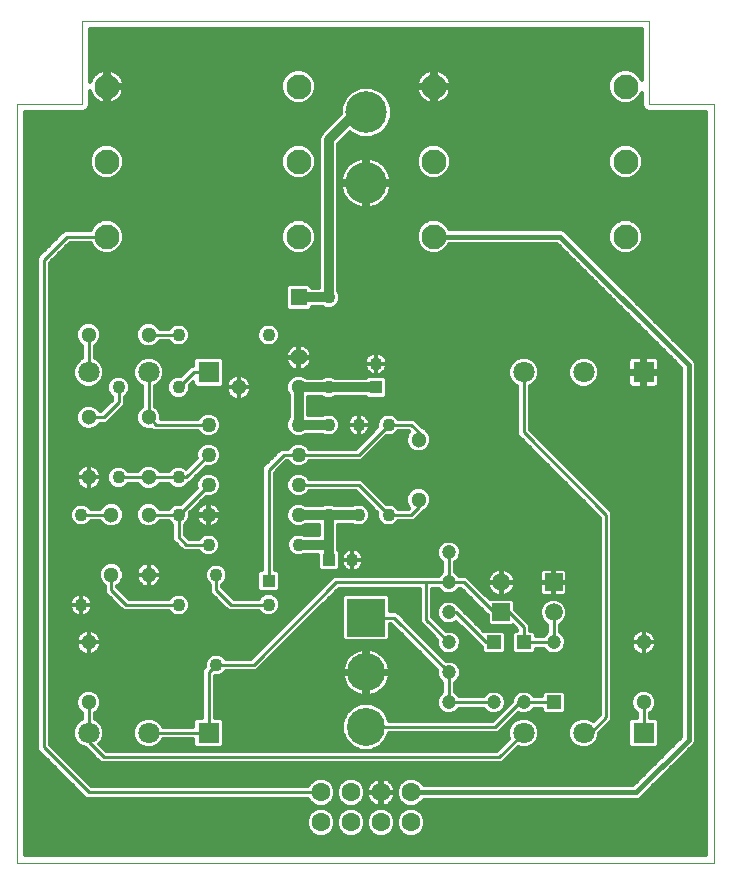
<source format=gbl>
G75*
%MOIN*%
%OFA0B0*%
%FSLAX25Y25*%
%IPPOS*%
%LPD*%
%AMOC8*
5,1,8,0,0,1.08239X$1,22.5*
%
%ADD10R,0.07087X0.07087*%
%ADD11C,0.07087*%
%ADD12C,0.05118*%
%ADD13R,0.04331X0.04331*%
%ADD14C,0.04331*%
%ADD15C,0.08268*%
%ADD16C,0.13843*%
%ADD17C,0.06299*%
%ADD18C,0.00000*%
%ADD19C,0.05512*%
%ADD20R,0.05512X0.05512*%
%ADD21C,0.05000*%
%ADD22C,0.04724*%
%ADD23R,0.04724X0.04724*%
%ADD24C,0.05906*%
%ADD25R,0.05906X0.05906*%
%ADD26R,0.12661X0.12661*%
%ADD27C,0.12661*%
%ADD28C,0.03200*%
%ADD29C,0.01200*%
%ADD30C,0.03346*%
%ADD31C,0.01000*%
%ADD32C,0.01600*%
D10*
X0068750Y0048913D03*
X0068750Y0169163D03*
X0213750Y0169163D03*
X0213750Y0048913D03*
D11*
X0193750Y0048913D03*
X0173750Y0048913D03*
X0173750Y0169163D03*
X0193750Y0169163D03*
X0048750Y0169163D03*
X0028750Y0169163D03*
X0028750Y0048913D03*
X0048750Y0048913D03*
D12*
X0028750Y0059100D03*
X0028750Y0079100D03*
X0036250Y0101600D03*
X0048750Y0101600D03*
X0048750Y0121600D03*
X0048750Y0134100D03*
X0036250Y0121600D03*
X0028750Y0134100D03*
X0028750Y0154100D03*
X0048750Y0154100D03*
X0048750Y0181600D03*
X0028750Y0181600D03*
X0078750Y0164100D03*
X0098750Y0164100D03*
X0138750Y0146600D03*
X0138750Y0126600D03*
X0213750Y0079100D03*
X0213750Y0059100D03*
D13*
X0124495Y0164170D03*
X0108820Y0106605D03*
X0088755Y0099530D03*
D14*
X0088752Y0091670D03*
X0071250Y0101600D03*
X0068750Y0111600D03*
X0058750Y0121600D03*
X0058750Y0134100D03*
X0038750Y0134100D03*
X0026250Y0121600D03*
X0026250Y0091600D03*
X0058750Y0091600D03*
X0071250Y0071600D03*
X0098750Y0111600D03*
X0108750Y0121600D03*
X0118750Y0121600D03*
X0128750Y0121600D03*
X0116680Y0106602D03*
X0118750Y0151600D03*
X0108750Y0151600D03*
X0108750Y0164100D03*
X0124498Y0172030D03*
X0128750Y0151600D03*
X0108750Y0194100D03*
X0088750Y0181600D03*
X0058750Y0181600D03*
X0058750Y0164100D03*
X0038750Y0164100D03*
D15*
X0034801Y0214350D03*
X0034801Y0239350D03*
X0034801Y0264350D03*
X0098699Y0264350D03*
X0098699Y0239350D03*
X0098699Y0214350D03*
X0143801Y0214350D03*
X0143801Y0239350D03*
X0143801Y0264350D03*
X0207699Y0264350D03*
X0207699Y0239350D03*
X0207699Y0214350D03*
D16*
X0121250Y0232188D03*
X0121250Y0255810D03*
D17*
X0116250Y0029100D03*
X0116250Y0019100D03*
X0106250Y0019100D03*
X0106250Y0029100D03*
X0126250Y0029100D03*
X0126250Y0019100D03*
X0136250Y0019100D03*
X0136250Y0029100D03*
D18*
X0237283Y0005600D02*
X0005000Y0005600D01*
X0005000Y0258631D01*
X0026654Y0258631D01*
X0026654Y0286191D01*
X0215630Y0286191D01*
X0215630Y0258631D01*
X0237283Y0258631D01*
X0237283Y0005600D01*
D19*
X0098750Y0174100D03*
D20*
X0098750Y0194100D03*
D21*
X0098750Y0151600D03*
X0098750Y0141600D03*
X0098750Y0131600D03*
X0098750Y0121600D03*
X0068750Y0121600D03*
X0068750Y0131600D03*
X0068750Y0141600D03*
X0068750Y0151600D03*
D22*
X0148750Y0109100D03*
X0148750Y0099100D03*
X0148750Y0089100D03*
X0148750Y0079100D03*
X0148750Y0069100D03*
X0148750Y0059100D03*
X0163750Y0059100D03*
X0173750Y0059100D03*
X0183750Y0079100D03*
D23*
X0173750Y0079100D03*
X0163750Y0079100D03*
X0183750Y0059100D03*
D24*
X0183750Y0089100D03*
X0166250Y0099100D03*
D25*
X0166250Y0089100D03*
X0183750Y0099100D03*
D26*
X0121250Y0087350D03*
D27*
X0121250Y0069100D03*
X0121250Y0050950D03*
D28*
X0108820Y0106605D02*
X0108750Y0111600D01*
X0098750Y0111600D01*
X0098750Y0121600D02*
X0108750Y0121600D01*
X0108750Y0111600D01*
X0108750Y0121600D02*
X0118750Y0121600D01*
X0108750Y0151600D02*
X0098750Y0151600D01*
X0098750Y0164100D01*
X0108750Y0164100D01*
X0124495Y0164170D01*
X0108750Y0194100D02*
X0098750Y0194100D01*
X0108750Y0194100D02*
X0108750Y0246600D01*
X0117960Y0255810D01*
X0121250Y0255810D01*
D29*
X0127080Y0249589D02*
X0234683Y0249589D01*
X0234683Y0250787D02*
X0128278Y0250787D01*
X0128474Y0250983D02*
X0129771Y0254115D01*
X0129771Y0257505D01*
X0128474Y0260637D01*
X0126077Y0263034D01*
X0122945Y0264331D01*
X0119555Y0264331D01*
X0116423Y0263034D01*
X0114026Y0260637D01*
X0112729Y0257505D01*
X0112729Y0255104D01*
X0106937Y0249313D01*
X0106037Y0248413D01*
X0105550Y0247237D01*
X0105550Y0197300D01*
X0103106Y0197300D01*
X0103106Y0197519D01*
X0102169Y0198456D01*
X0095331Y0198456D01*
X0094394Y0197519D01*
X0094394Y0190681D01*
X0095331Y0189744D01*
X0102169Y0189744D01*
X0103106Y0190681D01*
X0103106Y0190900D01*
X0106636Y0190900D01*
X0108001Y0190335D01*
X0109499Y0190335D01*
X0110883Y0190908D01*
X0111942Y0191967D01*
X0112515Y0193351D01*
X0112515Y0194849D01*
X0111950Y0196214D01*
X0111950Y0245275D01*
X0115842Y0249167D01*
X0116423Y0248586D01*
X0119555Y0247289D01*
X0122945Y0247289D01*
X0126077Y0248586D01*
X0128474Y0250983D01*
X0128889Y0251986D02*
X0234683Y0251986D01*
X0234683Y0253184D02*
X0129386Y0253184D01*
X0129771Y0254383D02*
X0234683Y0254383D01*
X0234683Y0255581D02*
X0129771Y0255581D01*
X0129771Y0256780D02*
X0213805Y0256780D01*
X0214157Y0256427D02*
X0213426Y0257159D01*
X0213030Y0258114D01*
X0213030Y0262237D01*
X0212560Y0261102D01*
X0210947Y0259489D01*
X0208839Y0258616D01*
X0206558Y0258616D01*
X0204451Y0259489D01*
X0202838Y0261102D01*
X0201965Y0263209D01*
X0201965Y0265491D01*
X0202838Y0267598D01*
X0204451Y0269211D01*
X0206558Y0270084D01*
X0208839Y0270084D01*
X0210947Y0269211D01*
X0212560Y0267598D01*
X0213030Y0266463D01*
X0213030Y0283591D01*
X0029254Y0283591D01*
X0029254Y0265831D01*
X0029487Y0266551D01*
X0029897Y0267355D01*
X0030428Y0268085D01*
X0031066Y0268724D01*
X0031796Y0269254D01*
X0032600Y0269664D01*
X0033458Y0269943D01*
X0034201Y0270060D01*
X0034201Y0264950D01*
X0035401Y0264950D01*
X0035401Y0270060D01*
X0036144Y0269943D01*
X0037002Y0269664D01*
X0037806Y0269254D01*
X0038537Y0268724D01*
X0039175Y0268085D01*
X0039705Y0267355D01*
X0040115Y0266551D01*
X0040394Y0265693D01*
X0040511Y0264950D01*
X0035401Y0264950D01*
X0035401Y0263750D01*
X0035401Y0258640D01*
X0036144Y0258757D01*
X0037002Y0259036D01*
X0037806Y0259446D01*
X0038537Y0259976D01*
X0039175Y0260615D01*
X0039705Y0261345D01*
X0040115Y0262149D01*
X0040394Y0263007D01*
X0040511Y0263750D01*
X0035401Y0263750D01*
X0034201Y0263750D01*
X0034201Y0258640D01*
X0033458Y0258757D01*
X0032600Y0259036D01*
X0031796Y0259446D01*
X0031066Y0259976D01*
X0030428Y0260615D01*
X0029897Y0261345D01*
X0029487Y0262149D01*
X0029254Y0262869D01*
X0029254Y0258114D01*
X0028858Y0257159D01*
X0028126Y0256427D01*
X0027171Y0256031D01*
X0007600Y0256031D01*
X0007600Y0008200D01*
X0234683Y0008200D01*
X0234683Y0256031D01*
X0215113Y0256031D01*
X0214157Y0256427D01*
X0213086Y0257978D02*
X0129575Y0257978D01*
X0129079Y0259177D02*
X0141324Y0259177D01*
X0141600Y0259036D02*
X0142458Y0258757D01*
X0143201Y0258640D01*
X0143201Y0263750D01*
X0138091Y0263750D01*
X0138209Y0263007D01*
X0138487Y0262149D01*
X0138897Y0261345D01*
X0139428Y0260615D01*
X0140066Y0259976D01*
X0140796Y0259446D01*
X0141600Y0259036D01*
X0143201Y0259177D02*
X0144401Y0259177D01*
X0144401Y0258640D02*
X0145144Y0258757D01*
X0146002Y0259036D01*
X0146806Y0259446D01*
X0147537Y0259976D01*
X0148175Y0260615D01*
X0148705Y0261345D01*
X0149115Y0262149D01*
X0149394Y0263007D01*
X0149511Y0263750D01*
X0144401Y0263750D01*
X0144401Y0258640D01*
X0144401Y0260375D02*
X0143201Y0260375D01*
X0143201Y0261574D02*
X0144401Y0261574D01*
X0144401Y0262772D02*
X0143201Y0262772D01*
X0143201Y0263750D02*
X0144401Y0263750D01*
X0144401Y0264950D01*
X0143201Y0264950D01*
X0143201Y0263750D01*
X0143201Y0263971D02*
X0123815Y0263971D01*
X0126338Y0262772D02*
X0138285Y0262772D01*
X0138780Y0261574D02*
X0127537Y0261574D01*
X0128582Y0260375D02*
X0139667Y0260375D01*
X0138091Y0264950D02*
X0143201Y0264950D01*
X0143201Y0270060D01*
X0142458Y0269943D01*
X0141600Y0269664D01*
X0140796Y0269254D01*
X0140066Y0268724D01*
X0139428Y0268085D01*
X0138897Y0267355D01*
X0138487Y0266551D01*
X0138209Y0265693D01*
X0138091Y0264950D01*
X0138126Y0265170D02*
X0104433Y0265170D01*
X0104433Y0265491D02*
X0103560Y0267598D01*
X0101947Y0269211D01*
X0099839Y0270084D01*
X0097558Y0270084D01*
X0095451Y0269211D01*
X0093838Y0267598D01*
X0092965Y0265491D01*
X0092965Y0263209D01*
X0093838Y0261102D01*
X0095451Y0259489D01*
X0097558Y0258616D01*
X0099839Y0258616D01*
X0101947Y0259489D01*
X0103560Y0261102D01*
X0104433Y0263209D01*
X0104433Y0265491D01*
X0104069Y0266368D02*
X0138428Y0266368D01*
X0139051Y0267567D02*
X0103573Y0267567D01*
X0102393Y0268765D02*
X0140123Y0268765D01*
X0142590Y0269964D02*
X0100130Y0269964D01*
X0097268Y0269964D02*
X0036012Y0269964D01*
X0035401Y0269964D02*
X0034201Y0269964D01*
X0033590Y0269964D02*
X0029254Y0269964D01*
X0029254Y0271162D02*
X0213030Y0271162D01*
X0213030Y0269964D02*
X0209130Y0269964D01*
X0211393Y0268765D02*
X0213030Y0268765D01*
X0213030Y0267567D02*
X0212573Y0267567D01*
X0213030Y0272361D02*
X0029254Y0272361D01*
X0029254Y0273559D02*
X0213030Y0273559D01*
X0213030Y0274758D02*
X0029254Y0274758D01*
X0029254Y0275956D02*
X0213030Y0275956D01*
X0213030Y0277155D02*
X0029254Y0277155D01*
X0029254Y0278353D02*
X0213030Y0278353D01*
X0213030Y0279552D02*
X0029254Y0279552D01*
X0029254Y0280750D02*
X0213030Y0280750D01*
X0213030Y0281949D02*
X0029254Y0281949D01*
X0029254Y0283147D02*
X0213030Y0283147D01*
X0206268Y0269964D02*
X0145012Y0269964D01*
X0145144Y0269943D02*
X0144401Y0270060D01*
X0144401Y0264950D01*
X0149511Y0264950D01*
X0149394Y0265693D01*
X0149115Y0266551D01*
X0148705Y0267355D01*
X0148175Y0268085D01*
X0147537Y0268724D01*
X0146806Y0269254D01*
X0146002Y0269664D01*
X0145144Y0269943D01*
X0144401Y0269964D02*
X0143201Y0269964D01*
X0143201Y0268765D02*
X0144401Y0268765D01*
X0144401Y0267567D02*
X0143201Y0267567D01*
X0143201Y0266368D02*
X0144401Y0266368D01*
X0144401Y0265170D02*
X0143201Y0265170D01*
X0144401Y0263971D02*
X0201965Y0263971D01*
X0201965Y0265170D02*
X0149477Y0265170D01*
X0149174Y0266368D02*
X0202328Y0266368D01*
X0202825Y0267567D02*
X0148552Y0267567D01*
X0147479Y0268765D02*
X0204005Y0268765D01*
X0202146Y0262772D02*
X0149318Y0262772D01*
X0148822Y0261574D02*
X0202642Y0261574D01*
X0203564Y0260375D02*
X0147936Y0260375D01*
X0146278Y0259177D02*
X0205204Y0259177D01*
X0210193Y0259177D02*
X0213030Y0259177D01*
X0213030Y0260375D02*
X0211833Y0260375D01*
X0212755Y0261574D02*
X0213030Y0261574D01*
X0208839Y0245084D02*
X0206558Y0245084D01*
X0204451Y0244211D01*
X0202838Y0242598D01*
X0201965Y0240491D01*
X0201965Y0238209D01*
X0202838Y0236102D01*
X0204451Y0234489D01*
X0206558Y0233616D01*
X0208839Y0233616D01*
X0210947Y0234489D01*
X0212560Y0236102D01*
X0213433Y0238209D01*
X0213433Y0240491D01*
X0212560Y0242598D01*
X0210947Y0244211D01*
X0208839Y0245084D01*
X0209537Y0244795D02*
X0234683Y0244795D01*
X0234683Y0245993D02*
X0112669Y0245993D01*
X0111950Y0244795D02*
X0141963Y0244795D01*
X0142661Y0245084D02*
X0140553Y0244211D01*
X0138940Y0242598D01*
X0138067Y0240491D01*
X0138067Y0238209D01*
X0138940Y0236102D01*
X0140553Y0234489D01*
X0142661Y0233616D01*
X0144942Y0233616D01*
X0147049Y0234489D01*
X0148662Y0236102D01*
X0149535Y0238209D01*
X0149535Y0240491D01*
X0148662Y0242598D01*
X0147049Y0244211D01*
X0144942Y0245084D01*
X0142661Y0245084D01*
X0145639Y0244795D02*
X0205861Y0244795D01*
X0203836Y0243596D02*
X0147664Y0243596D01*
X0148745Y0242398D02*
X0202755Y0242398D01*
X0202259Y0241199D02*
X0149241Y0241199D01*
X0149535Y0240001D02*
X0201965Y0240001D01*
X0201965Y0238802D02*
X0149535Y0238802D01*
X0149284Y0237604D02*
X0202216Y0237604D01*
X0202712Y0236405D02*
X0148788Y0236405D01*
X0147767Y0235207D02*
X0203733Y0235207D01*
X0205612Y0234008D02*
X0145888Y0234008D01*
X0141714Y0234008D02*
X0129584Y0234008D01*
X0129625Y0233854D02*
X0129336Y0234933D01*
X0128909Y0235965D01*
X0128350Y0236932D01*
X0127670Y0237818D01*
X0126880Y0238608D01*
X0125994Y0239288D01*
X0125027Y0239847D01*
X0123995Y0240274D01*
X0122916Y0240563D01*
X0121850Y0240704D01*
X0121850Y0232788D01*
X0120650Y0232788D01*
X0120650Y0240704D01*
X0119584Y0240563D01*
X0118505Y0240274D01*
X0117473Y0239847D01*
X0116506Y0239288D01*
X0115619Y0238608D01*
X0114830Y0237818D01*
X0114150Y0236932D01*
X0113591Y0235965D01*
X0113164Y0234933D01*
X0112875Y0233854D01*
X0112734Y0232788D01*
X0120650Y0232788D01*
X0120650Y0231588D01*
X0112734Y0231588D01*
X0112875Y0230522D01*
X0113164Y0229443D01*
X0113591Y0228411D01*
X0114150Y0227444D01*
X0114830Y0226557D01*
X0115619Y0225768D01*
X0116506Y0225088D01*
X0117473Y0224529D01*
X0118505Y0224102D01*
X0119584Y0223813D01*
X0120650Y0223672D01*
X0120650Y0231588D01*
X0121850Y0231588D01*
X0121850Y0232788D01*
X0129766Y0232788D01*
X0129625Y0233854D01*
X0129763Y0232810D02*
X0234683Y0232810D01*
X0234683Y0234008D02*
X0209786Y0234008D01*
X0211664Y0235207D02*
X0234683Y0235207D01*
X0234683Y0236405D02*
X0212685Y0236405D01*
X0213182Y0237604D02*
X0234683Y0237604D01*
X0234683Y0238802D02*
X0213433Y0238802D01*
X0213433Y0240001D02*
X0234683Y0240001D01*
X0234683Y0241199D02*
X0213139Y0241199D01*
X0212643Y0242398D02*
X0234683Y0242398D01*
X0234683Y0243596D02*
X0211561Y0243596D01*
X0208839Y0220084D02*
X0206558Y0220084D01*
X0204451Y0219211D01*
X0202838Y0217598D01*
X0201965Y0215491D01*
X0201965Y0213209D01*
X0202838Y0211102D01*
X0204451Y0209489D01*
X0206558Y0208616D01*
X0208839Y0208616D01*
X0210947Y0209489D01*
X0212560Y0211102D01*
X0213433Y0213209D01*
X0213433Y0215491D01*
X0212560Y0217598D01*
X0210947Y0219211D01*
X0208839Y0220084D01*
X0209945Y0219626D02*
X0234683Y0219626D01*
X0234683Y0218428D02*
X0211730Y0218428D01*
X0212713Y0217229D02*
X0234683Y0217229D01*
X0234683Y0216031D02*
X0213209Y0216031D01*
X0213433Y0214832D02*
X0234683Y0214832D01*
X0234683Y0213634D02*
X0213433Y0213634D01*
X0213112Y0212435D02*
X0234683Y0212435D01*
X0234683Y0211237D02*
X0212615Y0211237D01*
X0211496Y0210038D02*
X0234683Y0210038D01*
X0234683Y0208839D02*
X0209379Y0208839D01*
X0206019Y0208839D02*
X0194905Y0208839D01*
X0196103Y0207641D02*
X0234683Y0207641D01*
X0234683Y0206442D02*
X0197302Y0206442D01*
X0198500Y0205244D02*
X0234683Y0205244D01*
X0234683Y0204045D02*
X0199699Y0204045D01*
X0200897Y0202847D02*
X0234683Y0202847D01*
X0234683Y0201648D02*
X0202096Y0201648D01*
X0203294Y0200450D02*
X0234683Y0200450D01*
X0234683Y0199251D02*
X0204493Y0199251D01*
X0205691Y0198053D02*
X0234683Y0198053D01*
X0234683Y0196854D02*
X0206890Y0196854D01*
X0208088Y0195656D02*
X0234683Y0195656D01*
X0234683Y0194457D02*
X0209287Y0194457D01*
X0210485Y0193259D02*
X0234683Y0193259D01*
X0234683Y0192060D02*
X0211684Y0192060D01*
X0212882Y0190862D02*
X0234683Y0190862D01*
X0234683Y0189663D02*
X0214081Y0189663D01*
X0215279Y0188465D02*
X0234683Y0188465D01*
X0234683Y0187266D02*
X0216478Y0187266D01*
X0217676Y0186068D02*
X0234683Y0186068D01*
X0234683Y0184869D02*
X0218875Y0184869D01*
X0220073Y0183671D02*
X0234683Y0183671D01*
X0234683Y0182472D02*
X0221272Y0182472D01*
X0222470Y0181274D02*
X0234683Y0181274D01*
X0234683Y0180075D02*
X0223669Y0180075D01*
X0224867Y0178877D02*
X0234683Y0178877D01*
X0234683Y0177678D02*
X0226066Y0177678D01*
X0227264Y0176480D02*
X0234683Y0176480D01*
X0234683Y0175281D02*
X0228463Y0175281D01*
X0229661Y0174083D02*
X0234683Y0174083D01*
X0234683Y0172884D02*
X0230816Y0172884D01*
X0230785Y0172959D02*
X0230109Y0173635D01*
X0187359Y0216385D01*
X0186477Y0216750D01*
X0149013Y0216750D01*
X0148662Y0217598D01*
X0147049Y0219211D01*
X0144942Y0220084D01*
X0142661Y0220084D01*
X0140553Y0219211D01*
X0138940Y0217598D01*
X0138067Y0215491D01*
X0138067Y0213209D01*
X0138940Y0211102D01*
X0140553Y0209489D01*
X0142661Y0208616D01*
X0144942Y0208616D01*
X0147049Y0209489D01*
X0148662Y0211102D01*
X0149013Y0211950D01*
X0185006Y0211950D01*
X0226350Y0170606D01*
X0226350Y0047594D01*
X0210256Y0031500D01*
X0140397Y0031500D01*
X0140277Y0031790D01*
X0138940Y0033127D01*
X0137195Y0033850D01*
X0135305Y0033850D01*
X0133560Y0033127D01*
X0132223Y0031790D01*
X0131500Y0030045D01*
X0131500Y0028155D01*
X0132223Y0026410D01*
X0133560Y0025073D01*
X0135305Y0024350D01*
X0137195Y0024350D01*
X0138940Y0025073D01*
X0140277Y0026410D01*
X0140397Y0026700D01*
X0211727Y0026700D01*
X0212609Y0027065D01*
X0213285Y0027741D01*
X0230785Y0045241D01*
X0231150Y0046123D01*
X0231150Y0172077D01*
X0230785Y0172959D01*
X0231150Y0171686D02*
X0234683Y0171686D01*
X0234683Y0170487D02*
X0231150Y0170487D01*
X0231150Y0169289D02*
X0234683Y0169289D01*
X0234683Y0168090D02*
X0231150Y0168090D01*
X0231150Y0166892D02*
X0234683Y0166892D01*
X0234683Y0165693D02*
X0231150Y0165693D01*
X0231150Y0164495D02*
X0234683Y0164495D01*
X0234683Y0163296D02*
X0231150Y0163296D01*
X0231150Y0162098D02*
X0234683Y0162098D01*
X0234683Y0160899D02*
X0231150Y0160899D01*
X0231150Y0159701D02*
X0234683Y0159701D01*
X0234683Y0158502D02*
X0231150Y0158502D01*
X0231150Y0157303D02*
X0234683Y0157303D01*
X0234683Y0156105D02*
X0231150Y0156105D01*
X0231150Y0154906D02*
X0234683Y0154906D01*
X0234683Y0153708D02*
X0231150Y0153708D01*
X0231150Y0152509D02*
X0234683Y0152509D01*
X0234683Y0151311D02*
X0231150Y0151311D01*
X0231150Y0150112D02*
X0234683Y0150112D01*
X0234683Y0148914D02*
X0231150Y0148914D01*
X0231150Y0147715D02*
X0234683Y0147715D01*
X0234683Y0146517D02*
X0231150Y0146517D01*
X0231150Y0145318D02*
X0234683Y0145318D01*
X0234683Y0144120D02*
X0231150Y0144120D01*
X0231150Y0142921D02*
X0234683Y0142921D01*
X0234683Y0141723D02*
X0231150Y0141723D01*
X0231150Y0140524D02*
X0234683Y0140524D01*
X0234683Y0139326D02*
X0231150Y0139326D01*
X0231150Y0138127D02*
X0234683Y0138127D01*
X0234683Y0136929D02*
X0231150Y0136929D01*
X0231150Y0135730D02*
X0234683Y0135730D01*
X0234683Y0134532D02*
X0231150Y0134532D01*
X0231150Y0133333D02*
X0234683Y0133333D01*
X0234683Y0132135D02*
X0231150Y0132135D01*
X0231150Y0130936D02*
X0234683Y0130936D01*
X0234683Y0129738D02*
X0231150Y0129738D01*
X0231150Y0128539D02*
X0234683Y0128539D01*
X0234683Y0127341D02*
X0231150Y0127341D01*
X0231150Y0126142D02*
X0234683Y0126142D01*
X0234683Y0124944D02*
X0231150Y0124944D01*
X0231150Y0123745D02*
X0234683Y0123745D01*
X0234683Y0122547D02*
X0231150Y0122547D01*
X0231150Y0121348D02*
X0234683Y0121348D01*
X0234683Y0120150D02*
X0231150Y0120150D01*
X0231150Y0118951D02*
X0234683Y0118951D01*
X0234683Y0117753D02*
X0231150Y0117753D01*
X0231150Y0116554D02*
X0234683Y0116554D01*
X0234683Y0115356D02*
X0231150Y0115356D01*
X0231150Y0114157D02*
X0234683Y0114157D01*
X0234683Y0112959D02*
X0231150Y0112959D01*
X0231150Y0111760D02*
X0234683Y0111760D01*
X0234683Y0110562D02*
X0231150Y0110562D01*
X0231150Y0109363D02*
X0234683Y0109363D01*
X0234683Y0108165D02*
X0231150Y0108165D01*
X0231150Y0106966D02*
X0234683Y0106966D01*
X0234683Y0105768D02*
X0231150Y0105768D01*
X0231150Y0104569D02*
X0234683Y0104569D01*
X0234683Y0103370D02*
X0231150Y0103370D01*
X0231150Y0102172D02*
X0234683Y0102172D01*
X0234683Y0100973D02*
X0231150Y0100973D01*
X0231150Y0099775D02*
X0234683Y0099775D01*
X0234683Y0098576D02*
X0231150Y0098576D01*
X0231150Y0097378D02*
X0234683Y0097378D01*
X0234683Y0096179D02*
X0231150Y0096179D01*
X0231150Y0094981D02*
X0234683Y0094981D01*
X0234683Y0093782D02*
X0231150Y0093782D01*
X0231150Y0092584D02*
X0234683Y0092584D01*
X0234683Y0091385D02*
X0231150Y0091385D01*
X0231150Y0090187D02*
X0234683Y0090187D01*
X0234683Y0088988D02*
X0231150Y0088988D01*
X0231150Y0087790D02*
X0234683Y0087790D01*
X0234683Y0086591D02*
X0231150Y0086591D01*
X0231150Y0085393D02*
X0234683Y0085393D01*
X0234683Y0084194D02*
X0231150Y0084194D01*
X0231150Y0082996D02*
X0234683Y0082996D01*
X0234683Y0081797D02*
X0231150Y0081797D01*
X0231150Y0080599D02*
X0234683Y0080599D01*
X0234683Y0079400D02*
X0231150Y0079400D01*
X0231150Y0078202D02*
X0234683Y0078202D01*
X0234683Y0077003D02*
X0231150Y0077003D01*
X0231150Y0075805D02*
X0234683Y0075805D01*
X0234683Y0074606D02*
X0231150Y0074606D01*
X0231150Y0073408D02*
X0234683Y0073408D01*
X0234683Y0072209D02*
X0231150Y0072209D01*
X0231150Y0071011D02*
X0234683Y0071011D01*
X0234683Y0069812D02*
X0231150Y0069812D01*
X0231150Y0068614D02*
X0234683Y0068614D01*
X0234683Y0067415D02*
X0231150Y0067415D01*
X0231150Y0066217D02*
X0234683Y0066217D01*
X0234683Y0065018D02*
X0231150Y0065018D01*
X0231150Y0063820D02*
X0234683Y0063820D01*
X0234683Y0062621D02*
X0231150Y0062621D01*
X0231150Y0061423D02*
X0234683Y0061423D01*
X0234683Y0060224D02*
X0231150Y0060224D01*
X0231150Y0059026D02*
X0234683Y0059026D01*
X0234683Y0057827D02*
X0231150Y0057827D01*
X0231150Y0056629D02*
X0234683Y0056629D01*
X0234683Y0055430D02*
X0231150Y0055430D01*
X0231150Y0054232D02*
X0234683Y0054232D01*
X0234683Y0053033D02*
X0231150Y0053033D01*
X0231150Y0051834D02*
X0234683Y0051834D01*
X0234683Y0050636D02*
X0231150Y0050636D01*
X0231150Y0049437D02*
X0234683Y0049437D01*
X0234683Y0048239D02*
X0231150Y0048239D01*
X0231150Y0047040D02*
X0234683Y0047040D01*
X0234683Y0045842D02*
X0231034Y0045842D01*
X0230188Y0044643D02*
X0234683Y0044643D01*
X0234683Y0043445D02*
X0228989Y0043445D01*
X0227791Y0042246D02*
X0234683Y0042246D01*
X0234683Y0041048D02*
X0226592Y0041048D01*
X0225393Y0039849D02*
X0234683Y0039849D01*
X0234683Y0038651D02*
X0224195Y0038651D01*
X0222996Y0037452D02*
X0234683Y0037452D01*
X0234683Y0036254D02*
X0221798Y0036254D01*
X0220599Y0035055D02*
X0234683Y0035055D01*
X0234683Y0033857D02*
X0219401Y0033857D01*
X0218202Y0032658D02*
X0234683Y0032658D01*
X0234683Y0031460D02*
X0217004Y0031460D01*
X0215805Y0030261D02*
X0234683Y0030261D01*
X0234683Y0029063D02*
X0214607Y0029063D01*
X0213408Y0027864D02*
X0234683Y0027864D01*
X0234683Y0026666D02*
X0140383Y0026666D01*
X0139334Y0025467D02*
X0234683Y0025467D01*
X0234683Y0024269D02*
X0007600Y0024269D01*
X0007600Y0025467D02*
X0103166Y0025467D01*
X0103560Y0025073D02*
X0102223Y0026410D01*
X0101979Y0027000D01*
X0027880Y0027000D01*
X0026650Y0028230D01*
X0011650Y0043230D01*
X0011650Y0207470D01*
X0020630Y0216450D01*
X0029465Y0216450D01*
X0029940Y0217598D01*
X0031553Y0219211D01*
X0033661Y0220084D01*
X0035942Y0220084D01*
X0038049Y0219211D01*
X0039662Y0217598D01*
X0040535Y0215491D01*
X0040535Y0213209D01*
X0039662Y0211102D01*
X0038049Y0209489D01*
X0035942Y0208616D01*
X0033661Y0208616D01*
X0031553Y0209489D01*
X0029940Y0211102D01*
X0029465Y0212250D01*
X0022370Y0212250D01*
X0015850Y0205730D01*
X0015850Y0044970D01*
X0029620Y0031200D01*
X0101979Y0031200D01*
X0102223Y0031790D01*
X0103560Y0033127D01*
X0105305Y0033850D01*
X0107195Y0033850D01*
X0108940Y0033127D01*
X0110277Y0031790D01*
X0111000Y0030045D01*
X0111000Y0028155D01*
X0110277Y0026410D01*
X0108940Y0025073D01*
X0107195Y0024350D01*
X0105305Y0024350D01*
X0103560Y0025073D01*
X0103560Y0023127D02*
X0105305Y0023850D01*
X0107195Y0023850D01*
X0108940Y0023127D01*
X0110277Y0021790D01*
X0111000Y0020045D01*
X0111000Y0018155D01*
X0110277Y0016410D01*
X0108940Y0015073D01*
X0107195Y0014350D01*
X0105305Y0014350D01*
X0103560Y0015073D01*
X0102223Y0016410D01*
X0101500Y0018155D01*
X0101500Y0020045D01*
X0102223Y0021790D01*
X0103560Y0023127D01*
X0103503Y0023070D02*
X0007600Y0023070D01*
X0007600Y0021872D02*
X0102305Y0021872D01*
X0101761Y0020673D02*
X0007600Y0020673D01*
X0007600Y0019475D02*
X0101500Y0019475D01*
X0101500Y0018276D02*
X0007600Y0018276D01*
X0007600Y0017078D02*
X0101947Y0017078D01*
X0102754Y0015879D02*
X0007600Y0015879D01*
X0007600Y0014681D02*
X0104508Y0014681D01*
X0107992Y0014681D02*
X0114508Y0014681D01*
X0115305Y0014350D02*
X0113560Y0015073D01*
X0112223Y0016410D01*
X0111500Y0018155D01*
X0111500Y0020045D01*
X0112223Y0021790D01*
X0113560Y0023127D01*
X0115305Y0023850D01*
X0117195Y0023850D01*
X0118940Y0023127D01*
X0120277Y0021790D01*
X0121000Y0020045D01*
X0121000Y0018155D01*
X0120277Y0016410D01*
X0118940Y0015073D01*
X0117195Y0014350D01*
X0115305Y0014350D01*
X0112754Y0015879D02*
X0109746Y0015879D01*
X0110553Y0017078D02*
X0111947Y0017078D01*
X0111500Y0018276D02*
X0111000Y0018276D01*
X0111000Y0019475D02*
X0111500Y0019475D01*
X0111761Y0020673D02*
X0110739Y0020673D01*
X0110195Y0021872D02*
X0112305Y0021872D01*
X0113503Y0023070D02*
X0108997Y0023070D01*
X0109334Y0025467D02*
X0113166Y0025467D01*
X0113560Y0025073D02*
X0115305Y0024350D01*
X0117195Y0024350D01*
X0118940Y0025073D01*
X0120277Y0026410D01*
X0121000Y0028155D01*
X0121000Y0030045D01*
X0120277Y0031790D01*
X0118940Y0033127D01*
X0117195Y0033850D01*
X0115305Y0033850D01*
X0113560Y0033127D01*
X0112223Y0031790D01*
X0111500Y0030045D01*
X0111500Y0028155D01*
X0112223Y0026410D01*
X0113560Y0025073D01*
X0112117Y0026666D02*
X0110383Y0026666D01*
X0110879Y0027864D02*
X0111621Y0027864D01*
X0111500Y0029063D02*
X0111000Y0029063D01*
X0110910Y0030261D02*
X0111590Y0030261D01*
X0112087Y0031460D02*
X0110413Y0031460D01*
X0109409Y0032658D02*
X0113091Y0032658D01*
X0119409Y0032658D02*
X0123091Y0032658D01*
X0123156Y0032723D02*
X0122627Y0032194D01*
X0122188Y0031589D01*
X0121848Y0030923D01*
X0121617Y0030212D01*
X0121500Y0029474D01*
X0121500Y0029386D01*
X0125964Y0029386D01*
X0125964Y0033850D01*
X0125876Y0033850D01*
X0125138Y0033733D01*
X0124427Y0033502D01*
X0123761Y0033162D01*
X0123156Y0032723D01*
X0122122Y0031460D02*
X0120413Y0031460D01*
X0120910Y0030261D02*
X0121633Y0030261D01*
X0121000Y0029063D02*
X0125964Y0029063D01*
X0125964Y0028814D02*
X0121500Y0028814D01*
X0121500Y0028726D01*
X0121617Y0027988D01*
X0121848Y0027277D01*
X0122188Y0026611D01*
X0122627Y0026006D01*
X0123156Y0025477D01*
X0123761Y0025038D01*
X0124427Y0024698D01*
X0125138Y0024467D01*
X0125876Y0024350D01*
X0125964Y0024350D01*
X0125964Y0028814D01*
X0126536Y0028814D01*
X0126536Y0029386D01*
X0131000Y0029386D01*
X0131000Y0029474D01*
X0130883Y0030212D01*
X0130652Y0030923D01*
X0130312Y0031589D01*
X0129873Y0032194D01*
X0129344Y0032723D01*
X0128739Y0033162D01*
X0128073Y0033502D01*
X0127362Y0033733D01*
X0126624Y0033850D01*
X0126536Y0033850D01*
X0126536Y0029386D01*
X0125964Y0029386D01*
X0125964Y0028814D01*
X0126536Y0028814D02*
X0126536Y0024350D01*
X0126624Y0024350D01*
X0127362Y0024467D01*
X0128073Y0024698D01*
X0128739Y0025038D01*
X0129344Y0025477D01*
X0129873Y0026006D01*
X0130312Y0026611D01*
X0130652Y0027277D01*
X0130883Y0027988D01*
X0131000Y0028726D01*
X0131000Y0028814D01*
X0126536Y0028814D01*
X0126536Y0029063D02*
X0131500Y0029063D01*
X0131590Y0030261D02*
X0130867Y0030261D01*
X0130378Y0031460D02*
X0132087Y0031460D01*
X0133091Y0032658D02*
X0129409Y0032658D01*
X0126536Y0032658D02*
X0125964Y0032658D01*
X0125964Y0031460D02*
X0126536Y0031460D01*
X0126536Y0030261D02*
X0125964Y0030261D01*
X0125964Y0027864D02*
X0126536Y0027864D01*
X0126536Y0026666D02*
X0125964Y0026666D01*
X0125964Y0025467D02*
X0126536Y0025467D01*
X0127195Y0023850D02*
X0125305Y0023850D01*
X0123560Y0023127D01*
X0122223Y0021790D01*
X0121500Y0020045D01*
X0121500Y0018155D01*
X0122223Y0016410D01*
X0123560Y0015073D01*
X0125305Y0014350D01*
X0127195Y0014350D01*
X0128940Y0015073D01*
X0130277Y0016410D01*
X0131000Y0018155D01*
X0131000Y0020045D01*
X0130277Y0021790D01*
X0128940Y0023127D01*
X0127195Y0023850D01*
X0128997Y0023070D02*
X0133503Y0023070D01*
X0133560Y0023127D02*
X0132223Y0021790D01*
X0131500Y0020045D01*
X0131500Y0018155D01*
X0132223Y0016410D01*
X0133560Y0015073D01*
X0135305Y0014350D01*
X0137195Y0014350D01*
X0138940Y0015073D01*
X0140277Y0016410D01*
X0141000Y0018155D01*
X0141000Y0020045D01*
X0140277Y0021790D01*
X0138940Y0023127D01*
X0137195Y0023850D01*
X0135305Y0023850D01*
X0133560Y0023127D01*
X0132305Y0021872D02*
X0130195Y0021872D01*
X0130739Y0020673D02*
X0131761Y0020673D01*
X0131500Y0019475D02*
X0131000Y0019475D01*
X0131000Y0018276D02*
X0131500Y0018276D01*
X0131947Y0017078D02*
X0130553Y0017078D01*
X0129746Y0015879D02*
X0132754Y0015879D01*
X0134508Y0014681D02*
X0127992Y0014681D01*
X0124508Y0014681D02*
X0117992Y0014681D01*
X0119746Y0015879D02*
X0122754Y0015879D01*
X0121947Y0017078D02*
X0120553Y0017078D01*
X0121000Y0018276D02*
X0121500Y0018276D01*
X0121500Y0019475D02*
X0121000Y0019475D01*
X0120739Y0020673D02*
X0121761Y0020673D01*
X0122305Y0021872D02*
X0120195Y0021872D01*
X0118997Y0023070D02*
X0123503Y0023070D01*
X0123170Y0025467D02*
X0119334Y0025467D01*
X0120383Y0026666D02*
X0122160Y0026666D01*
X0121657Y0027864D02*
X0120879Y0027864D01*
X0129330Y0025467D02*
X0133166Y0025467D01*
X0132117Y0026666D02*
X0130340Y0026666D01*
X0130843Y0027864D02*
X0131621Y0027864D01*
X0138997Y0023070D02*
X0234683Y0023070D01*
X0234683Y0021872D02*
X0140195Y0021872D01*
X0140739Y0020673D02*
X0234683Y0020673D01*
X0234683Y0019475D02*
X0141000Y0019475D01*
X0141000Y0018276D02*
X0234683Y0018276D01*
X0234683Y0017078D02*
X0140553Y0017078D01*
X0139746Y0015879D02*
X0234683Y0015879D01*
X0234683Y0014681D02*
X0137992Y0014681D01*
X0139409Y0032658D02*
X0211414Y0032658D01*
X0212613Y0033857D02*
X0026963Y0033857D01*
X0025764Y0035055D02*
X0213811Y0035055D01*
X0215010Y0036254D02*
X0024566Y0036254D01*
X0023367Y0037452D02*
X0216208Y0037452D01*
X0217407Y0038651D02*
X0022169Y0038651D01*
X0020970Y0039849D02*
X0031781Y0039849D01*
X0031650Y0039980D02*
X0032880Y0038750D01*
X0166557Y0038750D01*
X0171913Y0044107D01*
X0172727Y0043770D01*
X0174773Y0043770D01*
X0176663Y0044553D01*
X0178110Y0046000D01*
X0178893Y0047890D01*
X0178893Y0049936D01*
X0178110Y0051826D01*
X0176663Y0053273D01*
X0174773Y0054056D01*
X0172727Y0054056D01*
X0170837Y0053273D01*
X0169390Y0051826D01*
X0168607Y0049936D01*
X0168607Y0047890D01*
X0168944Y0047076D01*
X0164817Y0042950D01*
X0034620Y0042950D01*
X0032340Y0045230D01*
X0033110Y0046000D01*
X0033893Y0047890D01*
X0033893Y0049936D01*
X0033110Y0051826D01*
X0031663Y0053273D01*
X0030850Y0053610D01*
X0030850Y0055468D01*
X0031106Y0055574D01*
X0032276Y0056744D01*
X0032909Y0058273D01*
X0032909Y0059927D01*
X0032276Y0061456D01*
X0031106Y0062626D01*
X0029577Y0063259D01*
X0027923Y0063259D01*
X0026394Y0062626D01*
X0025224Y0061456D01*
X0024591Y0059927D01*
X0024591Y0058273D01*
X0025224Y0056744D01*
X0026394Y0055574D01*
X0026650Y0055468D01*
X0026650Y0053610D01*
X0025837Y0053273D01*
X0024390Y0051826D01*
X0023607Y0049936D01*
X0023607Y0047890D01*
X0024390Y0046000D01*
X0025837Y0044553D01*
X0027727Y0043770D01*
X0027860Y0043770D01*
X0031650Y0039980D01*
X0031650Y0039980D01*
X0030582Y0041048D02*
X0019772Y0041048D01*
X0018573Y0042246D02*
X0029384Y0042246D01*
X0028185Y0043445D02*
X0017375Y0043445D01*
X0016176Y0044643D02*
X0025746Y0044643D01*
X0024547Y0045842D02*
X0015850Y0045842D01*
X0015850Y0047040D02*
X0023959Y0047040D01*
X0023607Y0048239D02*
X0015850Y0048239D01*
X0015850Y0049437D02*
X0023607Y0049437D01*
X0023897Y0050636D02*
X0015850Y0050636D01*
X0015850Y0051834D02*
X0024398Y0051834D01*
X0025596Y0053033D02*
X0015850Y0053033D01*
X0015850Y0054232D02*
X0026650Y0054232D01*
X0026650Y0055430D02*
X0015850Y0055430D01*
X0015850Y0056629D02*
X0025340Y0056629D01*
X0024776Y0057827D02*
X0015850Y0057827D01*
X0015850Y0059026D02*
X0024591Y0059026D01*
X0024714Y0060224D02*
X0015850Y0060224D01*
X0015850Y0061423D02*
X0025210Y0061423D01*
X0026389Y0062621D02*
X0015850Y0062621D01*
X0015850Y0063820D02*
X0066650Y0063820D01*
X0066650Y0065018D02*
X0015850Y0065018D01*
X0015850Y0066217D02*
X0066650Y0066217D01*
X0066650Y0067415D02*
X0015850Y0067415D01*
X0015850Y0068614D02*
X0066650Y0068614D01*
X0066650Y0069812D02*
X0015850Y0069812D01*
X0015850Y0071011D02*
X0067485Y0071011D01*
X0067485Y0070851D02*
X0067498Y0070818D01*
X0066650Y0069970D01*
X0066650Y0054056D01*
X0064544Y0054056D01*
X0063607Y0053119D01*
X0063607Y0051013D01*
X0053447Y0051013D01*
X0053110Y0051826D01*
X0051663Y0053273D01*
X0049773Y0054056D01*
X0047727Y0054056D01*
X0045837Y0053273D01*
X0044390Y0051826D01*
X0043607Y0049936D01*
X0043607Y0047890D01*
X0044390Y0046000D01*
X0045837Y0044553D01*
X0047727Y0043770D01*
X0049773Y0043770D01*
X0051663Y0044553D01*
X0053110Y0046000D01*
X0053447Y0046813D01*
X0063607Y0046813D01*
X0063607Y0044707D01*
X0064544Y0043770D01*
X0072956Y0043770D01*
X0073893Y0044707D01*
X0073893Y0053119D01*
X0072956Y0054056D01*
X0070850Y0054056D01*
X0070850Y0067835D01*
X0071999Y0067835D01*
X0073383Y0068408D01*
X0074442Y0069467D01*
X0074456Y0069500D01*
X0084620Y0069500D01*
X0112120Y0097000D01*
X0139150Y0097000D01*
X0139150Y0085730D01*
X0140380Y0084500D01*
X0144848Y0080033D01*
X0144788Y0079888D01*
X0144788Y0078312D01*
X0145391Y0076856D01*
X0146506Y0075741D01*
X0147962Y0075138D01*
X0149538Y0075138D01*
X0150994Y0075741D01*
X0152109Y0076856D01*
X0152712Y0078312D01*
X0152712Y0079888D01*
X0152109Y0081344D01*
X0150994Y0082459D01*
X0149538Y0083062D01*
X0147962Y0083062D01*
X0147817Y0083002D01*
X0143350Y0087470D01*
X0143350Y0097000D01*
X0145331Y0097000D01*
X0145391Y0096856D01*
X0146506Y0095741D01*
X0147962Y0095138D01*
X0149538Y0095138D01*
X0150994Y0095741D01*
X0152109Y0096856D01*
X0152169Y0097000D01*
X0152880Y0097000D01*
X0161650Y0088230D01*
X0161697Y0088183D01*
X0161697Y0085484D01*
X0162634Y0084547D01*
X0169865Y0084547D01*
X0170099Y0084781D01*
X0171650Y0083230D01*
X0171650Y0083062D01*
X0170725Y0083062D01*
X0169788Y0082125D01*
X0169788Y0076075D01*
X0170725Y0075138D01*
X0176775Y0075138D01*
X0177712Y0076075D01*
X0177712Y0077000D01*
X0180331Y0077000D01*
X0180391Y0076856D01*
X0181506Y0075741D01*
X0182962Y0075138D01*
X0184538Y0075138D01*
X0185994Y0075741D01*
X0187109Y0076856D01*
X0187712Y0078312D01*
X0187712Y0079888D01*
X0187109Y0081344D01*
X0185994Y0082459D01*
X0185850Y0082519D01*
X0185850Y0085042D01*
X0186329Y0085240D01*
X0187610Y0086521D01*
X0188303Y0088194D01*
X0188303Y0090006D01*
X0187610Y0091679D01*
X0186329Y0092960D01*
X0184656Y0093653D01*
X0182844Y0093653D01*
X0181171Y0092960D01*
X0179890Y0091679D01*
X0179197Y0090006D01*
X0179197Y0088194D01*
X0179890Y0086521D01*
X0181171Y0085240D01*
X0181650Y0085042D01*
X0181650Y0082519D01*
X0181506Y0082459D01*
X0180391Y0081344D01*
X0180331Y0081200D01*
X0177712Y0081200D01*
X0177712Y0082125D01*
X0176775Y0083062D01*
X0175850Y0083062D01*
X0175850Y0084970D01*
X0174620Y0086200D01*
X0170803Y0090017D01*
X0170803Y0092715D01*
X0169865Y0093653D01*
X0162634Y0093653D01*
X0162401Y0093419D01*
X0154620Y0101200D01*
X0152169Y0101200D01*
X0152109Y0101344D01*
X0150994Y0102459D01*
X0150850Y0102519D01*
X0150850Y0105681D01*
X0150994Y0105741D01*
X0152109Y0106856D01*
X0152712Y0108312D01*
X0152712Y0109888D01*
X0152109Y0111344D01*
X0150994Y0112459D01*
X0149538Y0113062D01*
X0147962Y0113062D01*
X0146506Y0112459D01*
X0145391Y0111344D01*
X0144788Y0109888D01*
X0144788Y0108312D01*
X0145391Y0106856D01*
X0146506Y0105741D01*
X0146650Y0105681D01*
X0146650Y0102519D01*
X0146506Y0102459D01*
X0145391Y0101344D01*
X0145331Y0101200D01*
X0110380Y0101200D01*
X0109150Y0099970D01*
X0082880Y0073700D01*
X0074456Y0073700D01*
X0074442Y0073733D01*
X0073383Y0074792D01*
X0071999Y0075365D01*
X0070501Y0075365D01*
X0069117Y0074792D01*
X0068058Y0073733D01*
X0067485Y0072349D01*
X0067485Y0070851D01*
X0067485Y0072209D02*
X0015850Y0072209D01*
X0015850Y0073408D02*
X0067923Y0073408D01*
X0068931Y0074606D02*
X0015850Y0074606D01*
X0015850Y0075805D02*
X0026210Y0075805D01*
X0026041Y0075928D02*
X0026570Y0075543D01*
X0027153Y0075246D01*
X0027776Y0075043D01*
X0028423Y0074941D01*
X0028750Y0074941D01*
X0029077Y0074941D01*
X0029724Y0075043D01*
X0030347Y0075246D01*
X0030930Y0075543D01*
X0031459Y0075928D01*
X0031922Y0076391D01*
X0032307Y0076920D01*
X0032604Y0077503D01*
X0032807Y0078126D01*
X0032909Y0078773D01*
X0032909Y0079100D01*
X0032909Y0079427D01*
X0032807Y0080074D01*
X0032604Y0080697D01*
X0032307Y0081280D01*
X0031922Y0081809D01*
X0031459Y0082272D01*
X0030930Y0082657D01*
X0030347Y0082954D01*
X0029724Y0083157D01*
X0029077Y0083259D01*
X0028750Y0083259D01*
X0028750Y0079100D01*
X0028750Y0079100D01*
X0032909Y0079100D01*
X0028750Y0079100D01*
X0028750Y0079100D01*
X0028750Y0079100D01*
X0024591Y0079100D01*
X0024591Y0079427D01*
X0024693Y0080074D01*
X0024896Y0080697D01*
X0025193Y0081280D01*
X0025578Y0081809D01*
X0026041Y0082272D01*
X0026570Y0082657D01*
X0027153Y0082954D01*
X0027776Y0083157D01*
X0028423Y0083259D01*
X0028750Y0083259D01*
X0028750Y0079100D01*
X0028750Y0074941D01*
X0028750Y0079100D01*
X0028750Y0079100D01*
X0024591Y0079100D01*
X0024591Y0078773D01*
X0024693Y0078126D01*
X0024896Y0077503D01*
X0025193Y0076920D01*
X0025578Y0076391D01*
X0026041Y0075928D01*
X0025151Y0077003D02*
X0015850Y0077003D01*
X0015850Y0078202D02*
X0024681Y0078202D01*
X0024591Y0079400D02*
X0015850Y0079400D01*
X0015850Y0080599D02*
X0024864Y0080599D01*
X0025569Y0081797D02*
X0015850Y0081797D01*
X0015850Y0082996D02*
X0027281Y0082996D01*
X0028750Y0082996D02*
X0028750Y0082996D01*
X0028750Y0081797D02*
X0028750Y0081797D01*
X0028750Y0080599D02*
X0028750Y0080599D01*
X0028750Y0079400D02*
X0028750Y0079400D01*
X0028750Y0078202D02*
X0028750Y0078202D01*
X0028750Y0077003D02*
X0028750Y0077003D01*
X0028750Y0075805D02*
X0028750Y0075805D01*
X0031290Y0075805D02*
X0084985Y0075805D01*
X0086183Y0077003D02*
X0032349Y0077003D01*
X0032819Y0078202D02*
X0087382Y0078202D01*
X0088580Y0079400D02*
X0032909Y0079400D01*
X0032636Y0080599D02*
X0089779Y0080599D01*
X0090977Y0081797D02*
X0031931Y0081797D01*
X0030219Y0082996D02*
X0092176Y0082996D01*
X0093374Y0084194D02*
X0015850Y0084194D01*
X0015850Y0085393D02*
X0094573Y0085393D01*
X0095771Y0086591D02*
X0015850Y0086591D01*
X0015850Y0087790D02*
X0096970Y0087790D01*
X0098169Y0088988D02*
X0091396Y0088988D01*
X0090885Y0088478D02*
X0091945Y0089537D01*
X0092518Y0090921D01*
X0092518Y0092419D01*
X0091945Y0093803D01*
X0090885Y0094862D01*
X0089501Y0095435D01*
X0088004Y0095435D01*
X0086620Y0094862D01*
X0085560Y0093803D01*
X0085518Y0093700D01*
X0077120Y0093700D01*
X0073350Y0097470D01*
X0073350Y0098394D01*
X0073383Y0098408D01*
X0074442Y0099467D01*
X0075015Y0100851D01*
X0075015Y0102349D01*
X0074442Y0103733D01*
X0073383Y0104792D01*
X0071999Y0105365D01*
X0070501Y0105365D01*
X0069117Y0104792D01*
X0068058Y0103733D01*
X0067485Y0102349D01*
X0067485Y0100851D01*
X0068058Y0099467D01*
X0069117Y0098408D01*
X0069150Y0098394D01*
X0069150Y0095730D01*
X0074150Y0090730D01*
X0075380Y0089500D01*
X0085597Y0089500D01*
X0086620Y0088478D01*
X0088004Y0087905D01*
X0089501Y0087905D01*
X0090885Y0088478D01*
X0092214Y0090187D02*
X0099367Y0090187D01*
X0100566Y0091385D02*
X0092518Y0091385D01*
X0092450Y0092584D02*
X0101764Y0092584D01*
X0102963Y0093782D02*
X0091953Y0093782D01*
X0090599Y0094981D02*
X0104161Y0094981D01*
X0105360Y0096179D02*
X0091998Y0096179D01*
X0091583Y0095765D02*
X0092520Y0096702D01*
X0092520Y0102358D01*
X0091583Y0103295D01*
X0090855Y0103295D01*
X0090855Y0135735D01*
X0094620Y0139500D01*
X0095182Y0139500D01*
X0095274Y0139278D01*
X0096428Y0138124D01*
X0097934Y0137500D01*
X0099566Y0137500D01*
X0101072Y0138124D01*
X0102226Y0139278D01*
X0102318Y0139500D01*
X0119620Y0139500D01*
X0127968Y0147848D01*
X0128001Y0147835D01*
X0129499Y0147835D01*
X0130883Y0148408D01*
X0131942Y0149467D01*
X0131956Y0149500D01*
X0135380Y0149500D01*
X0135574Y0149306D01*
X0135224Y0148956D01*
X0134591Y0147427D01*
X0134591Y0145773D01*
X0135224Y0144244D01*
X0136394Y0143074D01*
X0137923Y0142441D01*
X0139577Y0142441D01*
X0141106Y0143074D01*
X0142276Y0144244D01*
X0142909Y0145773D01*
X0142909Y0147427D01*
X0142276Y0148956D01*
X0141106Y0150126D01*
X0140403Y0150417D01*
X0139620Y0151200D01*
X0137120Y0153700D01*
X0131956Y0153700D01*
X0131942Y0153733D01*
X0130883Y0154792D01*
X0129499Y0155365D01*
X0128001Y0155365D01*
X0126617Y0154792D01*
X0125558Y0153733D01*
X0124985Y0152349D01*
X0124985Y0150851D01*
X0124998Y0150818D01*
X0117880Y0143700D01*
X0102318Y0143700D01*
X0102226Y0143922D01*
X0101072Y0145076D01*
X0099566Y0145700D01*
X0097934Y0145700D01*
X0096428Y0145076D01*
X0095274Y0143922D01*
X0095182Y0143700D01*
X0092880Y0143700D01*
X0091650Y0142470D01*
X0086655Y0137475D01*
X0086655Y0103295D01*
X0085927Y0103295D01*
X0084990Y0102358D01*
X0084990Y0096702D01*
X0085927Y0095765D01*
X0091583Y0095765D01*
X0092520Y0097378D02*
X0106558Y0097378D01*
X0107757Y0098576D02*
X0092520Y0098576D01*
X0092520Y0099775D02*
X0108955Y0099775D01*
X0110154Y0100973D02*
X0092520Y0100973D01*
X0092520Y0102172D02*
X0146219Y0102172D01*
X0146650Y0103370D02*
X0118620Y0103370D01*
X0118464Y0103266D02*
X0119080Y0103678D01*
X0119605Y0104202D01*
X0120017Y0104819D01*
X0120301Y0105504D01*
X0120445Y0106232D01*
X0120445Y0106602D01*
X0116680Y0106602D01*
X0116680Y0102837D01*
X0117051Y0102837D01*
X0117778Y0102982D01*
X0118464Y0103266D01*
X0116680Y0103370D02*
X0116680Y0103370D01*
X0116680Y0102837D02*
X0116680Y0106602D01*
X0116680Y0106602D01*
X0116680Y0106603D01*
X0116680Y0110368D01*
X0117051Y0110368D01*
X0117778Y0110223D01*
X0118464Y0109939D01*
X0119080Y0109527D01*
X0119605Y0109003D01*
X0120017Y0108386D01*
X0120301Y0107701D01*
X0120445Y0106973D01*
X0120445Y0106603D01*
X0116680Y0106603D01*
X0116680Y0106603D01*
X0116680Y0110368D01*
X0116309Y0110368D01*
X0115582Y0110223D01*
X0114896Y0109939D01*
X0114280Y0109527D01*
X0113755Y0109003D01*
X0113343Y0108386D01*
X0113059Y0107701D01*
X0112915Y0106973D01*
X0112915Y0106603D01*
X0116680Y0106603D01*
X0116680Y0106602D01*
X0112915Y0106602D01*
X0112915Y0106232D01*
X0113059Y0105504D01*
X0113343Y0104819D01*
X0113755Y0104202D01*
X0114280Y0103678D01*
X0114896Y0103266D01*
X0115582Y0102982D01*
X0116309Y0102837D01*
X0116680Y0102837D01*
X0116680Y0104569D02*
X0116680Y0104569D01*
X0116680Y0105768D02*
X0116680Y0105768D01*
X0116680Y0106966D02*
X0116680Y0106966D01*
X0116680Y0108165D02*
X0116680Y0108165D01*
X0116680Y0109363D02*
X0116680Y0109363D01*
X0119244Y0109363D02*
X0144788Y0109363D01*
X0144849Y0108165D02*
X0120109Y0108165D01*
X0120445Y0106966D02*
X0145345Y0106966D01*
X0146479Y0105768D02*
X0120353Y0105768D01*
X0119850Y0104569D02*
X0146650Y0104569D01*
X0150850Y0104569D02*
X0199150Y0104569D01*
X0199150Y0103370D02*
X0187620Y0103370D01*
X0187685Y0103333D02*
X0187320Y0103544D01*
X0186913Y0103653D01*
X0183937Y0103653D01*
X0183937Y0099287D01*
X0183563Y0099287D01*
X0183563Y0098913D01*
X0183937Y0098913D01*
X0183937Y0094547D01*
X0186913Y0094547D01*
X0187320Y0094656D01*
X0187685Y0094867D01*
X0187983Y0095165D01*
X0188194Y0095530D01*
X0188303Y0095937D01*
X0188303Y0098913D01*
X0183937Y0098913D01*
X0183937Y0099287D01*
X0188303Y0099287D01*
X0188303Y0102263D01*
X0188194Y0102670D01*
X0187983Y0103035D01*
X0187685Y0103333D01*
X0188303Y0102172D02*
X0199150Y0102172D01*
X0199150Y0100973D02*
X0188303Y0100973D01*
X0188303Y0099775D02*
X0199150Y0099775D01*
X0199150Y0098576D02*
X0188303Y0098576D01*
X0188303Y0097378D02*
X0199150Y0097378D01*
X0199150Y0096179D02*
X0188303Y0096179D01*
X0187799Y0094981D02*
X0199150Y0094981D01*
X0199150Y0093782D02*
X0162037Y0093782D01*
X0160839Y0094981D02*
X0164306Y0094981D01*
X0164502Y0094881D02*
X0165184Y0094659D01*
X0165892Y0094547D01*
X0166063Y0094547D01*
X0166063Y0098913D01*
X0161697Y0098913D01*
X0161697Y0098742D01*
X0161809Y0098034D01*
X0162031Y0097352D01*
X0162356Y0096714D01*
X0162777Y0096134D01*
X0163284Y0095627D01*
X0163864Y0095206D01*
X0164502Y0094881D01*
X0166063Y0094981D02*
X0166437Y0094981D01*
X0166437Y0094547D02*
X0166608Y0094547D01*
X0167316Y0094659D01*
X0167998Y0094881D01*
X0168636Y0095206D01*
X0169216Y0095627D01*
X0169723Y0096134D01*
X0170144Y0096714D01*
X0170469Y0097352D01*
X0170691Y0098034D01*
X0170803Y0098742D01*
X0170803Y0098913D01*
X0166437Y0098913D01*
X0166437Y0094547D01*
X0166437Y0096179D02*
X0166063Y0096179D01*
X0166063Y0097378D02*
X0166437Y0097378D01*
X0166437Y0098576D02*
X0166063Y0098576D01*
X0166063Y0098913D02*
X0166437Y0098913D01*
X0166437Y0099287D01*
X0166063Y0099287D01*
X0166063Y0098913D01*
X0166063Y0099287D02*
X0161697Y0099287D01*
X0161697Y0099458D01*
X0161809Y0100166D01*
X0162031Y0100848D01*
X0162356Y0101486D01*
X0162777Y0102066D01*
X0163284Y0102573D01*
X0163864Y0102994D01*
X0164502Y0103319D01*
X0165184Y0103541D01*
X0165892Y0103653D01*
X0166063Y0103653D01*
X0166063Y0099287D01*
X0166437Y0099287D02*
X0166437Y0103653D01*
X0166608Y0103653D01*
X0167316Y0103541D01*
X0167998Y0103319D01*
X0168636Y0102994D01*
X0169216Y0102573D01*
X0169723Y0102066D01*
X0170144Y0101486D01*
X0170469Y0100848D01*
X0170691Y0100166D01*
X0170803Y0099458D01*
X0170803Y0099287D01*
X0166437Y0099287D01*
X0166437Y0099775D02*
X0166063Y0099775D01*
X0166063Y0100973D02*
X0166437Y0100973D01*
X0166437Y0102172D02*
X0166063Y0102172D01*
X0166063Y0103370D02*
X0166437Y0103370D01*
X0167840Y0103370D02*
X0179880Y0103370D01*
X0179815Y0103333D02*
X0179517Y0103035D01*
X0179306Y0102670D01*
X0179197Y0102263D01*
X0179197Y0099287D01*
X0183563Y0099287D01*
X0183563Y0103653D01*
X0180587Y0103653D01*
X0180180Y0103544D01*
X0179815Y0103333D01*
X0179197Y0102172D02*
X0169617Y0102172D01*
X0170405Y0100973D02*
X0179197Y0100973D01*
X0179197Y0099775D02*
X0170753Y0099775D01*
X0170777Y0098576D02*
X0179197Y0098576D01*
X0179197Y0098913D02*
X0179197Y0095937D01*
X0179306Y0095530D01*
X0179517Y0095165D01*
X0179815Y0094867D01*
X0180180Y0094656D01*
X0180587Y0094547D01*
X0183563Y0094547D01*
X0183563Y0098913D01*
X0179197Y0098913D01*
X0179197Y0097378D02*
X0170477Y0097378D01*
X0169756Y0096179D02*
X0179197Y0096179D01*
X0179701Y0094981D02*
X0168194Y0094981D01*
X0170803Y0092584D02*
X0180795Y0092584D01*
X0179769Y0091385D02*
X0170803Y0091385D01*
X0170803Y0090187D02*
X0179272Y0090187D01*
X0179197Y0088988D02*
X0171831Y0088988D01*
X0173030Y0087790D02*
X0179365Y0087790D01*
X0179861Y0086591D02*
X0174229Y0086591D01*
X0175427Y0085393D02*
X0181019Y0085393D01*
X0181650Y0084194D02*
X0175850Y0084194D01*
X0176841Y0082996D02*
X0181650Y0082996D01*
X0180844Y0081797D02*
X0177712Y0081797D01*
X0177442Y0075805D02*
X0181442Y0075805D01*
X0186058Y0075805D02*
X0199150Y0075805D01*
X0199150Y0077003D02*
X0187170Y0077003D01*
X0187667Y0078202D02*
X0199150Y0078202D01*
X0199150Y0079400D02*
X0187712Y0079400D01*
X0187418Y0080599D02*
X0199150Y0080599D01*
X0199150Y0081797D02*
X0186656Y0081797D01*
X0185850Y0082996D02*
X0199150Y0082996D01*
X0199150Y0084194D02*
X0185850Y0084194D01*
X0186481Y0085393D02*
X0199150Y0085393D01*
X0199150Y0086591D02*
X0187639Y0086591D01*
X0188135Y0087790D02*
X0199150Y0087790D01*
X0199150Y0088988D02*
X0188303Y0088988D01*
X0188228Y0090187D02*
X0199150Y0090187D01*
X0199150Y0091385D02*
X0187731Y0091385D01*
X0186705Y0092584D02*
X0199150Y0092584D01*
X0203350Y0092584D02*
X0226350Y0092584D01*
X0226350Y0093782D02*
X0203350Y0093782D01*
X0203350Y0094981D02*
X0226350Y0094981D01*
X0226350Y0096179D02*
X0203350Y0096179D01*
X0203350Y0097378D02*
X0226350Y0097378D01*
X0226350Y0098576D02*
X0203350Y0098576D01*
X0203350Y0099775D02*
X0226350Y0099775D01*
X0226350Y0100973D02*
X0203350Y0100973D01*
X0203350Y0102172D02*
X0226350Y0102172D01*
X0226350Y0103370D02*
X0203350Y0103370D01*
X0203350Y0104569D02*
X0226350Y0104569D01*
X0226350Y0105768D02*
X0203350Y0105768D01*
X0203350Y0106966D02*
X0226350Y0106966D01*
X0226350Y0108165D02*
X0203350Y0108165D01*
X0203350Y0109363D02*
X0226350Y0109363D01*
X0226350Y0110562D02*
X0203350Y0110562D01*
X0203350Y0111760D02*
X0226350Y0111760D01*
X0226350Y0112959D02*
X0203350Y0112959D01*
X0203350Y0114157D02*
X0226350Y0114157D01*
X0226350Y0115356D02*
X0203350Y0115356D01*
X0203350Y0116554D02*
X0226350Y0116554D01*
X0226350Y0117753D02*
X0203350Y0117753D01*
X0203350Y0118951D02*
X0226350Y0118951D01*
X0226350Y0120150D02*
X0203350Y0120150D01*
X0203350Y0121348D02*
X0226350Y0121348D01*
X0226350Y0122547D02*
X0203273Y0122547D01*
X0203350Y0122470D02*
X0175850Y0149970D01*
X0175850Y0164466D01*
X0176663Y0164803D01*
X0178110Y0166250D01*
X0178893Y0168140D01*
X0178893Y0170186D01*
X0178110Y0172076D01*
X0176663Y0173523D01*
X0174773Y0174306D01*
X0172727Y0174306D01*
X0170837Y0173523D01*
X0169390Y0172076D01*
X0168607Y0170186D01*
X0168607Y0168140D01*
X0169390Y0166250D01*
X0170837Y0164803D01*
X0171650Y0164466D01*
X0171650Y0148230D01*
X0172880Y0147000D01*
X0199150Y0120730D01*
X0199150Y0054970D01*
X0197058Y0052878D01*
X0196663Y0053273D01*
X0194773Y0054056D01*
X0192727Y0054056D01*
X0190837Y0053273D01*
X0189390Y0051826D01*
X0188607Y0049936D01*
X0188607Y0047890D01*
X0189390Y0046000D01*
X0190837Y0044553D01*
X0192727Y0043770D01*
X0194773Y0043770D01*
X0196663Y0044553D01*
X0198110Y0046000D01*
X0198893Y0047890D01*
X0198893Y0048773D01*
X0202120Y0052000D01*
X0203350Y0053230D01*
X0203350Y0122470D01*
X0202075Y0123745D02*
X0226350Y0123745D01*
X0226350Y0124944D02*
X0200876Y0124944D01*
X0199678Y0126142D02*
X0226350Y0126142D01*
X0226350Y0127341D02*
X0198479Y0127341D01*
X0197281Y0128539D02*
X0226350Y0128539D01*
X0226350Y0129738D02*
X0196082Y0129738D01*
X0194884Y0130936D02*
X0226350Y0130936D01*
X0226350Y0132135D02*
X0193685Y0132135D01*
X0192487Y0133333D02*
X0226350Y0133333D01*
X0226350Y0134532D02*
X0191288Y0134532D01*
X0190090Y0135730D02*
X0226350Y0135730D01*
X0226350Y0136929D02*
X0188891Y0136929D01*
X0187693Y0138127D02*
X0226350Y0138127D01*
X0226350Y0139326D02*
X0186494Y0139326D01*
X0185295Y0140524D02*
X0226350Y0140524D01*
X0226350Y0141723D02*
X0184097Y0141723D01*
X0182898Y0142921D02*
X0226350Y0142921D01*
X0226350Y0144120D02*
X0181700Y0144120D01*
X0180501Y0145318D02*
X0226350Y0145318D01*
X0226350Y0146517D02*
X0179303Y0146517D01*
X0178104Y0147715D02*
X0226350Y0147715D01*
X0226350Y0148914D02*
X0176906Y0148914D01*
X0175850Y0150112D02*
X0226350Y0150112D01*
X0226350Y0151311D02*
X0175850Y0151311D01*
X0175850Y0152509D02*
X0226350Y0152509D01*
X0226350Y0153708D02*
X0175850Y0153708D01*
X0175850Y0154906D02*
X0226350Y0154906D01*
X0226350Y0156105D02*
X0175850Y0156105D01*
X0175850Y0157303D02*
X0226350Y0157303D01*
X0226350Y0158502D02*
X0175850Y0158502D01*
X0175850Y0159701D02*
X0226350Y0159701D01*
X0226350Y0160899D02*
X0175850Y0160899D01*
X0175850Y0162098D02*
X0226350Y0162098D01*
X0226350Y0163296D02*
X0175850Y0163296D01*
X0175920Y0164495D02*
X0191580Y0164495D01*
X0190837Y0164803D02*
X0192727Y0164020D01*
X0194773Y0164020D01*
X0196663Y0164803D01*
X0198110Y0166250D01*
X0198893Y0168140D01*
X0198893Y0170186D01*
X0198110Y0172076D01*
X0196663Y0173523D01*
X0194773Y0174306D01*
X0192727Y0174306D01*
X0190837Y0173523D01*
X0189390Y0172076D01*
X0188607Y0170186D01*
X0188607Y0168140D01*
X0189390Y0166250D01*
X0190837Y0164803D01*
X0189946Y0165693D02*
X0177554Y0165693D01*
X0178376Y0166892D02*
X0189124Y0166892D01*
X0188627Y0168090D02*
X0178873Y0168090D01*
X0178893Y0169289D02*
X0188607Y0169289D01*
X0188731Y0170487D02*
X0178769Y0170487D01*
X0178272Y0171686D02*
X0189228Y0171686D01*
X0190197Y0172884D02*
X0177303Y0172884D01*
X0175313Y0174083D02*
X0192187Y0174083D01*
X0195313Y0174083D02*
X0209391Y0174083D01*
X0209224Y0173987D02*
X0208926Y0173689D01*
X0208716Y0173324D01*
X0208607Y0172917D01*
X0208607Y0169646D01*
X0213267Y0169646D01*
X0213267Y0174306D01*
X0209996Y0174306D01*
X0209589Y0174197D01*
X0209224Y0173987D01*
X0208607Y0172884D02*
X0197303Y0172884D01*
X0198272Y0171686D02*
X0208607Y0171686D01*
X0208607Y0170487D02*
X0198769Y0170487D01*
X0198893Y0169289D02*
X0213267Y0169289D01*
X0213267Y0169646D02*
X0213267Y0168680D01*
X0208607Y0168680D01*
X0208607Y0165409D01*
X0208716Y0165002D01*
X0208926Y0164637D01*
X0209224Y0164339D01*
X0209589Y0164129D01*
X0209996Y0164020D01*
X0213267Y0164020D01*
X0213267Y0168680D01*
X0214233Y0168680D01*
X0214233Y0169646D01*
X0213267Y0169646D01*
X0213267Y0170487D02*
X0214233Y0170487D01*
X0214233Y0169646D02*
X0214233Y0174306D01*
X0217504Y0174306D01*
X0217911Y0174197D01*
X0218276Y0173987D01*
X0218574Y0173689D01*
X0218784Y0173324D01*
X0218893Y0172917D01*
X0218893Y0169646D01*
X0214233Y0169646D01*
X0214233Y0169289D02*
X0226350Y0169289D01*
X0226350Y0170487D02*
X0218893Y0170487D01*
X0218893Y0171686D02*
X0225270Y0171686D01*
X0224072Y0172884D02*
X0218893Y0172884D01*
X0218109Y0174083D02*
X0222873Y0174083D01*
X0221675Y0175281D02*
X0126409Y0175281D01*
X0126281Y0175367D02*
X0125596Y0175651D01*
X0124868Y0175795D01*
X0124498Y0175795D01*
X0124498Y0172030D01*
X0128263Y0172030D01*
X0128263Y0172401D01*
X0128118Y0173128D01*
X0127834Y0173814D01*
X0127422Y0174430D01*
X0126898Y0174955D01*
X0126281Y0175367D01*
X0124498Y0175281D02*
X0124497Y0175281D01*
X0124497Y0175795D02*
X0124127Y0175795D01*
X0123399Y0175651D01*
X0122714Y0175367D01*
X0122097Y0174955D01*
X0121573Y0174430D01*
X0121161Y0173814D01*
X0120877Y0173128D01*
X0120732Y0172401D01*
X0120732Y0172030D01*
X0124497Y0172030D01*
X0120732Y0172030D01*
X0120732Y0171659D01*
X0120877Y0170932D01*
X0121161Y0170246D01*
X0121573Y0169630D01*
X0122097Y0169105D01*
X0122714Y0168693D01*
X0123399Y0168409D01*
X0124127Y0168265D01*
X0124497Y0168265D01*
X0124497Y0172030D01*
X0124497Y0172030D01*
X0124497Y0175795D01*
X0124497Y0174083D02*
X0124498Y0174083D01*
X0124497Y0172884D02*
X0124498Y0172884D01*
X0124498Y0172030D02*
X0124497Y0172030D01*
X0124498Y0172030D01*
X0124498Y0172030D01*
X0128263Y0172030D01*
X0128263Y0171659D01*
X0128118Y0170932D01*
X0127834Y0170246D01*
X0127422Y0169630D01*
X0126898Y0169105D01*
X0126281Y0168693D01*
X0125596Y0168409D01*
X0124868Y0168265D01*
X0124498Y0168265D01*
X0124498Y0172030D01*
X0124497Y0171686D02*
X0124498Y0171686D01*
X0124497Y0170487D02*
X0124498Y0170487D01*
X0124497Y0169289D02*
X0124498Y0169289D01*
X0127081Y0169289D02*
X0168607Y0169289D01*
X0168627Y0168090D02*
X0099985Y0168090D01*
X0099577Y0168259D02*
X0097923Y0168259D01*
X0096394Y0167626D01*
X0095224Y0166456D01*
X0094591Y0164927D01*
X0094591Y0163273D01*
X0095224Y0161744D01*
X0095550Y0161418D01*
X0095550Y0154198D01*
X0095274Y0153922D01*
X0094650Y0152416D01*
X0094650Y0150784D01*
X0095274Y0149278D01*
X0096428Y0148124D01*
X0097934Y0147500D01*
X0099566Y0147500D01*
X0101072Y0148124D01*
X0101348Y0148400D01*
X0106636Y0148400D01*
X0108001Y0147835D01*
X0109499Y0147835D01*
X0110883Y0148408D01*
X0111942Y0149467D01*
X0112515Y0150851D01*
X0112515Y0152349D01*
X0111942Y0153733D01*
X0110883Y0154792D01*
X0109499Y0155365D01*
X0108001Y0155365D01*
X0106636Y0154800D01*
X0101950Y0154800D01*
X0101950Y0160900D01*
X0106636Y0160900D01*
X0108001Y0160335D01*
X0109499Y0160335D01*
X0110883Y0160908D01*
X0110884Y0160909D01*
X0121117Y0160955D01*
X0121667Y0160405D01*
X0127323Y0160405D01*
X0128260Y0161342D01*
X0128260Y0166998D01*
X0127323Y0167935D01*
X0121667Y0167935D01*
X0121086Y0167355D01*
X0110841Y0167309D01*
X0109499Y0167865D01*
X0108001Y0167865D01*
X0106636Y0167300D01*
X0101432Y0167300D01*
X0101106Y0167626D01*
X0099577Y0168259D01*
X0099093Y0169744D02*
X0099770Y0169851D01*
X0100422Y0170063D01*
X0101033Y0170374D01*
X0101588Y0170777D01*
X0102072Y0171262D01*
X0102475Y0171817D01*
X0102787Y0172428D01*
X0102999Y0173080D01*
X0103106Y0173757D01*
X0103106Y0174011D01*
X0098839Y0174011D01*
X0098839Y0174189D01*
X0098661Y0174189D01*
X0098661Y0178456D01*
X0098407Y0178456D01*
X0097730Y0178349D01*
X0097078Y0178137D01*
X0096467Y0177825D01*
X0095912Y0177422D01*
X0095427Y0176938D01*
X0095024Y0176383D01*
X0094713Y0175772D01*
X0094501Y0175120D01*
X0094394Y0174443D01*
X0094394Y0174189D01*
X0098661Y0174189D01*
X0098661Y0174011D01*
X0094394Y0174011D01*
X0094394Y0173757D01*
X0094501Y0173080D01*
X0094713Y0172428D01*
X0095024Y0171817D01*
X0095427Y0171262D01*
X0095912Y0170777D01*
X0096467Y0170374D01*
X0097078Y0170063D01*
X0097730Y0169851D01*
X0098407Y0169744D01*
X0098661Y0169744D01*
X0098661Y0174011D01*
X0098839Y0174011D01*
X0098839Y0169744D01*
X0099093Y0169744D01*
X0098839Y0170487D02*
X0098661Y0170487D01*
X0098661Y0171686D02*
X0098839Y0171686D01*
X0098839Y0172884D02*
X0098661Y0172884D01*
X0098661Y0174083D02*
X0073180Y0174083D01*
X0072956Y0174306D02*
X0064544Y0174306D01*
X0063607Y0173369D01*
X0063607Y0171200D01*
X0062880Y0171200D01*
X0061650Y0169970D01*
X0059532Y0167852D01*
X0059499Y0167865D01*
X0058001Y0167865D01*
X0056617Y0167292D01*
X0055558Y0166233D01*
X0054985Y0164849D01*
X0054985Y0163351D01*
X0055558Y0161967D01*
X0056617Y0160908D01*
X0058001Y0160335D01*
X0059499Y0160335D01*
X0060883Y0160908D01*
X0061942Y0161967D01*
X0062515Y0163351D01*
X0062515Y0164849D01*
X0062502Y0164882D01*
X0063607Y0165987D01*
X0063607Y0164957D01*
X0064544Y0164020D01*
X0072956Y0164020D01*
X0073893Y0164957D01*
X0073893Y0173369D01*
X0072956Y0174306D01*
X0073893Y0172884D02*
X0094565Y0172884D01*
X0095120Y0171686D02*
X0073893Y0171686D01*
X0073893Y0170487D02*
X0096312Y0170487D01*
X0097515Y0168090D02*
X0079929Y0168090D01*
X0079724Y0168157D02*
X0079077Y0168259D01*
X0078750Y0168259D01*
X0078750Y0164100D01*
X0082909Y0164100D01*
X0082909Y0164427D01*
X0082807Y0165074D01*
X0082604Y0165697D01*
X0082307Y0166280D01*
X0081922Y0166809D01*
X0081459Y0167272D01*
X0080930Y0167657D01*
X0080347Y0167954D01*
X0079724Y0168157D01*
X0078750Y0168090D02*
X0078750Y0168090D01*
X0078750Y0168259D02*
X0078423Y0168259D01*
X0077776Y0168157D01*
X0077153Y0167954D01*
X0076570Y0167657D01*
X0076041Y0167272D01*
X0075578Y0166809D01*
X0075193Y0166280D01*
X0074896Y0165697D01*
X0074693Y0165074D01*
X0074591Y0164427D01*
X0074591Y0164100D01*
X0078750Y0164100D01*
X0078750Y0164100D01*
X0078750Y0164100D01*
X0082909Y0164100D01*
X0082909Y0163773D01*
X0082807Y0163126D01*
X0082604Y0162503D01*
X0082307Y0161920D01*
X0081922Y0161391D01*
X0081459Y0160928D01*
X0080930Y0160543D01*
X0080347Y0160246D01*
X0079724Y0160043D01*
X0079077Y0159941D01*
X0078750Y0159941D01*
X0078750Y0164100D01*
X0078750Y0164100D01*
X0078750Y0164100D01*
X0078750Y0168259D01*
X0077571Y0168090D02*
X0073893Y0168090D01*
X0073893Y0166892D02*
X0075660Y0166892D01*
X0074895Y0165693D02*
X0073893Y0165693D01*
X0073431Y0164495D02*
X0074602Y0164495D01*
X0074591Y0164100D02*
X0074591Y0163773D01*
X0074693Y0163126D01*
X0074896Y0162503D01*
X0075193Y0161920D01*
X0075578Y0161391D01*
X0076041Y0160928D01*
X0076570Y0160543D01*
X0077153Y0160246D01*
X0077776Y0160043D01*
X0078423Y0159941D01*
X0078750Y0159941D01*
X0078750Y0164100D01*
X0074591Y0164100D01*
X0074666Y0163296D02*
X0062493Y0163296D01*
X0062515Y0164495D02*
X0064069Y0164495D01*
X0063607Y0165693D02*
X0063313Y0165693D01*
X0061996Y0162098D02*
X0075102Y0162098D01*
X0076080Y0160899D02*
X0060862Y0160899D01*
X0056638Y0160899D02*
X0050850Y0160899D01*
X0050850Y0159701D02*
X0095550Y0159701D01*
X0095550Y0160899D02*
X0081420Y0160899D01*
X0082398Y0162098D02*
X0095078Y0162098D01*
X0094591Y0163296D02*
X0082834Y0163296D01*
X0082898Y0164495D02*
X0094591Y0164495D01*
X0094908Y0165693D02*
X0082605Y0165693D01*
X0081840Y0166892D02*
X0095660Y0166892D01*
X0095550Y0158502D02*
X0050850Y0158502D01*
X0050850Y0157732D02*
X0050850Y0164466D01*
X0051663Y0164803D01*
X0053110Y0166250D01*
X0053893Y0168140D01*
X0053893Y0170186D01*
X0053110Y0172076D01*
X0051663Y0173523D01*
X0049773Y0174306D01*
X0047727Y0174306D01*
X0045837Y0173523D01*
X0044390Y0172076D01*
X0043607Y0170186D01*
X0043607Y0168140D01*
X0044390Y0166250D01*
X0045837Y0164803D01*
X0046650Y0164466D01*
X0046650Y0157732D01*
X0046394Y0157626D01*
X0045224Y0156456D01*
X0044591Y0154927D01*
X0044591Y0153273D01*
X0045224Y0151744D01*
X0046394Y0150574D01*
X0047923Y0149941D01*
X0049577Y0149941D01*
X0049833Y0150047D01*
X0050380Y0149500D01*
X0065182Y0149500D01*
X0065274Y0149278D01*
X0066428Y0148124D01*
X0067934Y0147500D01*
X0069566Y0147500D01*
X0071072Y0148124D01*
X0072226Y0149278D01*
X0072850Y0150784D01*
X0072850Y0152416D01*
X0072226Y0153922D01*
X0071072Y0155076D01*
X0069566Y0155700D01*
X0067934Y0155700D01*
X0066428Y0155076D01*
X0065274Y0153922D01*
X0065182Y0153700D01*
X0052909Y0153700D01*
X0052909Y0154927D01*
X0052276Y0156456D01*
X0051106Y0157626D01*
X0050850Y0157732D01*
X0051428Y0157303D02*
X0095550Y0157303D01*
X0095550Y0156105D02*
X0052421Y0156105D01*
X0052909Y0154906D02*
X0066258Y0154906D01*
X0065185Y0153708D02*
X0052909Y0153708D01*
X0047509Y0150112D02*
X0029991Y0150112D01*
X0029577Y0149941D02*
X0031106Y0150574D01*
X0032276Y0151744D01*
X0032382Y0152000D01*
X0034620Y0152000D01*
X0035850Y0153230D01*
X0040850Y0158230D01*
X0040850Y0160894D01*
X0040883Y0160908D01*
X0041942Y0161967D01*
X0042515Y0163351D01*
X0042515Y0164849D01*
X0041942Y0166233D01*
X0040883Y0167292D01*
X0039499Y0167865D01*
X0038001Y0167865D01*
X0036617Y0167292D01*
X0035558Y0166233D01*
X0034985Y0164849D01*
X0034985Y0163351D01*
X0035558Y0161967D01*
X0036617Y0160908D01*
X0036650Y0160894D01*
X0036650Y0159970D01*
X0032880Y0156200D01*
X0032382Y0156200D01*
X0032276Y0156456D01*
X0031106Y0157626D01*
X0029577Y0158259D01*
X0027923Y0158259D01*
X0026394Y0157626D01*
X0025224Y0156456D01*
X0024591Y0154927D01*
X0024591Y0153273D01*
X0025224Y0151744D01*
X0026394Y0150574D01*
X0027923Y0149941D01*
X0029577Y0149941D01*
X0027509Y0150112D02*
X0015850Y0150112D01*
X0015850Y0148914D02*
X0065638Y0148914D01*
X0067414Y0147715D02*
X0015850Y0147715D01*
X0015850Y0146517D02*
X0120697Y0146517D01*
X0119848Y0147979D02*
X0120534Y0148263D01*
X0121150Y0148675D01*
X0121675Y0149200D01*
X0122087Y0149816D01*
X0122371Y0150502D01*
X0122515Y0151229D01*
X0122515Y0151600D01*
X0122515Y0151971D01*
X0122371Y0152698D01*
X0122087Y0153384D01*
X0121675Y0154000D01*
X0121150Y0154525D01*
X0120534Y0154937D01*
X0119848Y0155221D01*
X0119121Y0155365D01*
X0118750Y0155365D01*
X0118379Y0155365D01*
X0117652Y0155221D01*
X0116966Y0154937D01*
X0116350Y0154525D01*
X0115825Y0154000D01*
X0115413Y0153384D01*
X0115129Y0152698D01*
X0114985Y0151971D01*
X0114985Y0151600D01*
X0114985Y0151229D01*
X0115129Y0150502D01*
X0115413Y0149816D01*
X0115825Y0149200D01*
X0116350Y0148675D01*
X0116966Y0148263D01*
X0117652Y0147979D01*
X0118379Y0147835D01*
X0118750Y0147835D01*
X0119121Y0147835D01*
X0119848Y0147979D01*
X0118750Y0147835D02*
X0118750Y0151600D01*
X0118750Y0151600D01*
X0118750Y0155365D01*
X0118750Y0151600D01*
X0122515Y0151600D01*
X0118750Y0151600D01*
X0118750Y0151600D01*
X0118750Y0151600D01*
X0114985Y0151600D01*
X0118750Y0151600D01*
X0118750Y0151600D01*
X0118750Y0147835D01*
X0118750Y0148914D02*
X0118750Y0148914D01*
X0118750Y0150112D02*
X0118750Y0150112D01*
X0118750Y0151311D02*
X0118750Y0151311D01*
X0118750Y0152509D02*
X0118750Y0152509D01*
X0118750Y0153708D02*
X0118750Y0153708D01*
X0118750Y0154906D02*
X0118750Y0154906D01*
X0116921Y0154906D02*
X0110607Y0154906D01*
X0111952Y0153708D02*
X0115630Y0153708D01*
X0115092Y0152509D02*
X0112449Y0152509D01*
X0112515Y0151311D02*
X0114985Y0151311D01*
X0115291Y0150112D02*
X0112209Y0150112D01*
X0111389Y0148914D02*
X0116111Y0148914D01*
X0119499Y0145318D02*
X0100487Y0145318D01*
X0102028Y0144120D02*
X0118300Y0144120D01*
X0121843Y0141723D02*
X0178157Y0141723D01*
X0176959Y0142921D02*
X0140737Y0142921D01*
X0142152Y0144120D02*
X0175760Y0144120D01*
X0174562Y0145318D02*
X0142721Y0145318D01*
X0142909Y0146517D02*
X0173363Y0146517D01*
X0172165Y0147715D02*
X0142790Y0147715D01*
X0142293Y0148914D02*
X0171650Y0148914D01*
X0171650Y0150112D02*
X0141119Y0150112D01*
X0139509Y0151311D02*
X0171650Y0151311D01*
X0171650Y0152509D02*
X0138310Y0152509D01*
X0135207Y0148914D02*
X0131389Y0148914D01*
X0134710Y0147715D02*
X0127835Y0147715D01*
X0126637Y0146517D02*
X0134591Y0146517D01*
X0134779Y0145318D02*
X0125438Y0145318D01*
X0124240Y0144120D02*
X0135348Y0144120D01*
X0136763Y0142921D02*
X0123041Y0142921D01*
X0120644Y0140524D02*
X0179356Y0140524D01*
X0180554Y0139326D02*
X0102246Y0139326D01*
X0101076Y0138127D02*
X0181753Y0138127D01*
X0182951Y0136929D02*
X0092049Y0136929D01*
X0090855Y0135730D02*
X0184150Y0135730D01*
X0185348Y0134532D02*
X0101616Y0134532D01*
X0101072Y0135076D02*
X0102226Y0133922D01*
X0102318Y0133700D01*
X0119620Y0133700D01*
X0127968Y0125352D01*
X0128001Y0125365D01*
X0129499Y0125365D01*
X0130883Y0124792D01*
X0131942Y0123733D01*
X0131956Y0123700D01*
X0135380Y0123700D01*
X0135574Y0123894D01*
X0135224Y0124244D01*
X0134591Y0125773D01*
X0134591Y0127427D01*
X0135224Y0128956D01*
X0136394Y0130126D01*
X0137923Y0130759D01*
X0139577Y0130759D01*
X0141106Y0130126D01*
X0142276Y0128956D01*
X0142909Y0127427D01*
X0142909Y0125773D01*
X0142276Y0124244D01*
X0141106Y0123074D01*
X0140403Y0122783D01*
X0139620Y0122000D01*
X0137120Y0119500D01*
X0131956Y0119500D01*
X0131942Y0119467D01*
X0130883Y0118408D01*
X0129499Y0117835D01*
X0128001Y0117835D01*
X0126617Y0118408D01*
X0125558Y0119467D01*
X0124985Y0120851D01*
X0124985Y0122349D01*
X0124998Y0122382D01*
X0117880Y0129500D01*
X0102318Y0129500D01*
X0102226Y0129278D01*
X0101072Y0128124D01*
X0099566Y0127500D01*
X0097934Y0127500D01*
X0096428Y0128124D01*
X0095274Y0129278D01*
X0094650Y0130784D01*
X0094650Y0132416D01*
X0095274Y0133922D01*
X0096428Y0135076D01*
X0097934Y0135700D01*
X0099566Y0135700D01*
X0101072Y0135076D01*
X0096424Y0138127D02*
X0093247Y0138127D01*
X0094446Y0139326D02*
X0095254Y0139326D01*
X0092102Y0142921D02*
X0072640Y0142921D01*
X0072850Y0142416D02*
X0072226Y0143922D01*
X0071072Y0145076D01*
X0069566Y0145700D01*
X0067934Y0145700D01*
X0066428Y0145076D01*
X0065274Y0143922D01*
X0064650Y0142416D01*
X0064650Y0140784D01*
X0064742Y0140562D01*
X0061178Y0136997D01*
X0060883Y0137292D01*
X0059499Y0137865D01*
X0058001Y0137865D01*
X0056617Y0137292D01*
X0055558Y0136233D01*
X0055544Y0136200D01*
X0052382Y0136200D01*
X0052276Y0136456D01*
X0051106Y0137626D01*
X0049577Y0138259D01*
X0047923Y0138259D01*
X0046394Y0137626D01*
X0045224Y0136456D01*
X0045118Y0136200D01*
X0041956Y0136200D01*
X0041942Y0136233D01*
X0040883Y0137292D01*
X0039499Y0137865D01*
X0038001Y0137865D01*
X0036617Y0137292D01*
X0035558Y0136233D01*
X0034985Y0134849D01*
X0034985Y0133351D01*
X0035558Y0131967D01*
X0036617Y0130908D01*
X0038001Y0130335D01*
X0039499Y0130335D01*
X0040883Y0130908D01*
X0041942Y0131967D01*
X0041956Y0132000D01*
X0045118Y0132000D01*
X0045224Y0131744D01*
X0046394Y0130574D01*
X0047923Y0129941D01*
X0049577Y0129941D01*
X0051106Y0130574D01*
X0052276Y0131744D01*
X0052382Y0132000D01*
X0055544Y0132000D01*
X0055558Y0131967D01*
X0056617Y0130908D01*
X0058001Y0130335D01*
X0059499Y0130335D01*
X0060883Y0130908D01*
X0061942Y0131967D01*
X0061956Y0132000D01*
X0062120Y0132000D01*
X0067712Y0137592D01*
X0067934Y0137500D01*
X0069566Y0137500D01*
X0071072Y0138124D01*
X0072226Y0139278D01*
X0072850Y0140784D01*
X0072850Y0142416D01*
X0072850Y0141723D02*
X0090903Y0141723D01*
X0089704Y0140524D02*
X0072742Y0140524D01*
X0072246Y0139326D02*
X0088506Y0139326D01*
X0087307Y0138127D02*
X0071076Y0138127D01*
X0069566Y0135700D02*
X0067934Y0135700D01*
X0066428Y0135076D01*
X0065274Y0133922D01*
X0064650Y0132416D01*
X0064650Y0130784D01*
X0064742Y0130562D01*
X0059532Y0125352D01*
X0059499Y0125365D01*
X0058001Y0125365D01*
X0056617Y0124792D01*
X0055558Y0123733D01*
X0055544Y0123700D01*
X0052382Y0123700D01*
X0052276Y0123956D01*
X0051106Y0125126D01*
X0049577Y0125759D01*
X0047923Y0125759D01*
X0046394Y0125126D01*
X0045224Y0123956D01*
X0044591Y0122427D01*
X0044591Y0120773D01*
X0045224Y0119244D01*
X0046394Y0118074D01*
X0047923Y0117441D01*
X0049577Y0117441D01*
X0051106Y0118074D01*
X0052276Y0119244D01*
X0052382Y0119500D01*
X0055544Y0119500D01*
X0055558Y0119467D01*
X0056617Y0118408D01*
X0056650Y0118394D01*
X0056650Y0113230D01*
X0059150Y0110730D01*
X0060380Y0109500D01*
X0065544Y0109500D01*
X0065558Y0109467D01*
X0066617Y0108408D01*
X0068001Y0107835D01*
X0069499Y0107835D01*
X0070883Y0108408D01*
X0071942Y0109467D01*
X0072515Y0110851D01*
X0072515Y0112349D01*
X0071942Y0113733D01*
X0070883Y0114792D01*
X0069499Y0115365D01*
X0068001Y0115365D01*
X0066617Y0114792D01*
X0065558Y0113733D01*
X0065544Y0113700D01*
X0062120Y0113700D01*
X0060850Y0114970D01*
X0060850Y0118394D01*
X0060883Y0118408D01*
X0061942Y0119467D01*
X0062515Y0120851D01*
X0062515Y0122349D01*
X0062502Y0122382D01*
X0067712Y0127592D01*
X0067934Y0127500D01*
X0069566Y0127500D01*
X0071072Y0128124D01*
X0072226Y0129278D01*
X0072850Y0130784D01*
X0072850Y0132416D01*
X0072226Y0133922D01*
X0071072Y0135076D01*
X0069566Y0135700D01*
X0071616Y0134532D02*
X0086655Y0134532D01*
X0086655Y0135730D02*
X0065850Y0135730D01*
X0065884Y0134532D02*
X0064652Y0134532D01*
X0065030Y0133333D02*
X0063453Y0133333D01*
X0064650Y0132135D02*
X0062255Y0132135D01*
X0060911Y0130936D02*
X0064650Y0130936D01*
X0063918Y0129738D02*
X0015850Y0129738D01*
X0015850Y0130936D02*
X0026032Y0130936D01*
X0026041Y0130928D02*
X0026570Y0130543D01*
X0027153Y0130246D01*
X0027776Y0130043D01*
X0028423Y0129941D01*
X0028750Y0129941D01*
X0029077Y0129941D01*
X0029724Y0130043D01*
X0030347Y0130246D01*
X0030930Y0130543D01*
X0031459Y0130928D01*
X0031922Y0131391D01*
X0032307Y0131920D01*
X0032604Y0132503D01*
X0032807Y0133126D01*
X0032909Y0133773D01*
X0032909Y0134100D01*
X0032909Y0134427D01*
X0032807Y0135074D01*
X0032604Y0135697D01*
X0032307Y0136280D01*
X0031922Y0136809D01*
X0031459Y0137272D01*
X0030930Y0137657D01*
X0030347Y0137954D01*
X0029724Y0138157D01*
X0029077Y0138259D01*
X0028750Y0138259D01*
X0028750Y0134100D01*
X0028750Y0134100D01*
X0032909Y0134100D01*
X0028750Y0134100D01*
X0028750Y0134100D01*
X0028750Y0134100D01*
X0024591Y0134100D01*
X0024591Y0134427D01*
X0024693Y0135074D01*
X0024896Y0135697D01*
X0025193Y0136280D01*
X0025578Y0136809D01*
X0026041Y0137272D01*
X0026570Y0137657D01*
X0027153Y0137954D01*
X0027776Y0138157D01*
X0028423Y0138259D01*
X0028750Y0138259D01*
X0028750Y0134100D01*
X0028750Y0129941D01*
X0028750Y0134100D01*
X0028750Y0134100D01*
X0024591Y0134100D01*
X0024591Y0133773D01*
X0024693Y0133126D01*
X0024896Y0132503D01*
X0025193Y0131920D01*
X0025578Y0131391D01*
X0026041Y0130928D01*
X0025084Y0132135D02*
X0015850Y0132135D01*
X0015850Y0133333D02*
X0024661Y0133333D01*
X0024607Y0134532D02*
X0015850Y0134532D01*
X0015850Y0135730D02*
X0024913Y0135730D01*
X0025697Y0136929D02*
X0015850Y0136929D01*
X0015850Y0138127D02*
X0027686Y0138127D01*
X0028750Y0138127D02*
X0028750Y0138127D01*
X0029814Y0138127D02*
X0047605Y0138127D01*
X0045697Y0136929D02*
X0041246Y0136929D01*
X0036254Y0136929D02*
X0031803Y0136929D01*
X0032587Y0135730D02*
X0035350Y0135730D01*
X0034985Y0134532D02*
X0032893Y0134532D01*
X0032839Y0133333D02*
X0034992Y0133333D01*
X0035488Y0132135D02*
X0032416Y0132135D01*
X0031468Y0130936D02*
X0036589Y0130936D01*
X0040911Y0130936D02*
X0046032Y0130936D01*
X0051468Y0130936D02*
X0056589Y0130936D01*
X0056254Y0136929D02*
X0051803Y0136929D01*
X0049895Y0138127D02*
X0062307Y0138127D01*
X0063506Y0139326D02*
X0015850Y0139326D01*
X0015850Y0140524D02*
X0064705Y0140524D01*
X0064650Y0141723D02*
X0015850Y0141723D01*
X0015850Y0142921D02*
X0064860Y0142921D01*
X0065472Y0144120D02*
X0015850Y0144120D01*
X0015850Y0145318D02*
X0067013Y0145318D01*
X0070487Y0145318D02*
X0097013Y0145318D01*
X0095472Y0144120D02*
X0072028Y0144120D01*
X0070086Y0147715D02*
X0097414Y0147715D01*
X0095638Y0148914D02*
X0071862Y0148914D01*
X0072572Y0150112D02*
X0094928Y0150112D01*
X0094650Y0151311D02*
X0072850Y0151311D01*
X0072811Y0152509D02*
X0094689Y0152509D01*
X0095185Y0153708D02*
X0072315Y0153708D01*
X0071242Y0154906D02*
X0095550Y0154906D01*
X0100086Y0147715D02*
X0121896Y0147715D01*
X0121389Y0148914D02*
X0123094Y0148914D01*
X0122209Y0150112D02*
X0124293Y0150112D01*
X0124985Y0151311D02*
X0122515Y0151311D01*
X0122408Y0152509D02*
X0125051Y0152509D01*
X0125548Y0153708D02*
X0121870Y0153708D01*
X0120579Y0154906D02*
X0126893Y0154906D01*
X0130607Y0154906D02*
X0171650Y0154906D01*
X0171650Y0153708D02*
X0131952Y0153708D01*
X0127817Y0160899D02*
X0171650Y0160899D01*
X0171650Y0159701D02*
X0101950Y0159701D01*
X0101950Y0160899D02*
X0106638Y0160899D01*
X0110862Y0160899D02*
X0121173Y0160899D01*
X0128260Y0162098D02*
X0171650Y0162098D01*
X0171650Y0163296D02*
X0128260Y0163296D01*
X0128260Y0164495D02*
X0171580Y0164495D01*
X0169946Y0165693D02*
X0128260Y0165693D01*
X0128260Y0166892D02*
X0169124Y0166892D01*
X0168731Y0170487D02*
X0127934Y0170487D01*
X0128263Y0171686D02*
X0169228Y0171686D01*
X0170197Y0172884D02*
X0128167Y0172884D01*
X0127655Y0174083D02*
X0172187Y0174083D01*
X0171650Y0158502D02*
X0101950Y0158502D01*
X0101950Y0157303D02*
X0171650Y0157303D01*
X0171650Y0156105D02*
X0101950Y0156105D01*
X0101950Y0154906D02*
X0106893Y0154906D01*
X0101188Y0170487D02*
X0121061Y0170487D01*
X0120732Y0171686D02*
X0102380Y0171686D01*
X0102935Y0172884D02*
X0120828Y0172884D01*
X0121341Y0174083D02*
X0098839Y0174083D01*
X0098839Y0174189D02*
X0103106Y0174189D01*
X0103106Y0174443D01*
X0102999Y0175120D01*
X0102787Y0175772D01*
X0102475Y0176383D01*
X0102072Y0176938D01*
X0101588Y0177422D01*
X0101033Y0177825D01*
X0100422Y0178137D01*
X0099770Y0178349D01*
X0099093Y0178456D01*
X0098839Y0178456D01*
X0098839Y0174189D01*
X0098839Y0175281D02*
X0098661Y0175281D01*
X0098661Y0176480D02*
X0098839Y0176480D01*
X0098839Y0177678D02*
X0098661Y0177678D01*
X0096264Y0177678D02*
X0050150Y0177678D01*
X0049577Y0177441D02*
X0051106Y0178074D01*
X0052276Y0179244D01*
X0052382Y0179500D01*
X0055544Y0179500D01*
X0055558Y0179467D01*
X0056617Y0178408D01*
X0058001Y0177835D01*
X0059499Y0177835D01*
X0060883Y0178408D01*
X0061942Y0179467D01*
X0062515Y0180851D01*
X0062515Y0182349D01*
X0061942Y0183733D01*
X0060883Y0184792D01*
X0059499Y0185365D01*
X0058001Y0185365D01*
X0056617Y0184792D01*
X0055558Y0183733D01*
X0055544Y0183700D01*
X0052382Y0183700D01*
X0052276Y0183956D01*
X0051106Y0185126D01*
X0049577Y0185759D01*
X0047923Y0185759D01*
X0046394Y0185126D01*
X0045224Y0183956D01*
X0044591Y0182427D01*
X0044591Y0180773D01*
X0045224Y0179244D01*
X0046394Y0178074D01*
X0047923Y0177441D01*
X0049577Y0177441D01*
X0047350Y0177678D02*
X0030850Y0177678D01*
X0030850Y0177968D02*
X0031106Y0178074D01*
X0032276Y0179244D01*
X0032909Y0180773D01*
X0032909Y0182427D01*
X0032276Y0183956D01*
X0031106Y0185126D01*
X0029577Y0185759D01*
X0027923Y0185759D01*
X0026394Y0185126D01*
X0025224Y0183956D01*
X0024591Y0182427D01*
X0024591Y0180773D01*
X0025224Y0179244D01*
X0026394Y0178074D01*
X0026650Y0177968D01*
X0026650Y0173860D01*
X0025837Y0173523D01*
X0024390Y0172076D01*
X0023607Y0170186D01*
X0023607Y0168140D01*
X0024390Y0166250D01*
X0025837Y0164803D01*
X0027727Y0164020D01*
X0029773Y0164020D01*
X0031663Y0164803D01*
X0033110Y0166250D01*
X0033893Y0168140D01*
X0033893Y0170186D01*
X0033110Y0172076D01*
X0031663Y0173523D01*
X0030850Y0173860D01*
X0030850Y0177968D01*
X0031908Y0178877D02*
X0045592Y0178877D01*
X0044880Y0180075D02*
X0032620Y0180075D01*
X0032909Y0181274D02*
X0044591Y0181274D01*
X0044610Y0182472D02*
X0032890Y0182472D01*
X0032394Y0183671D02*
X0045106Y0183671D01*
X0046137Y0184869D02*
X0031363Y0184869D01*
X0026137Y0184869D02*
X0015850Y0184869D01*
X0015850Y0183671D02*
X0025106Y0183671D01*
X0024610Y0182472D02*
X0015850Y0182472D01*
X0015850Y0181274D02*
X0024591Y0181274D01*
X0024880Y0180075D02*
X0015850Y0180075D01*
X0015850Y0178877D02*
X0025592Y0178877D01*
X0026650Y0177678D02*
X0015850Y0177678D01*
X0015850Y0176480D02*
X0026650Y0176480D01*
X0026650Y0175281D02*
X0015850Y0175281D01*
X0015850Y0174083D02*
X0026650Y0174083D01*
X0025197Y0172884D02*
X0015850Y0172884D01*
X0015850Y0171686D02*
X0024228Y0171686D01*
X0023731Y0170487D02*
X0015850Y0170487D01*
X0015850Y0169289D02*
X0023607Y0169289D01*
X0023627Y0168090D02*
X0015850Y0168090D01*
X0015850Y0166892D02*
X0024124Y0166892D01*
X0024946Y0165693D02*
X0015850Y0165693D01*
X0015850Y0164495D02*
X0026580Y0164495D01*
X0030920Y0164495D02*
X0034985Y0164495D01*
X0035007Y0163296D02*
X0015850Y0163296D01*
X0015850Y0162098D02*
X0035504Y0162098D01*
X0036638Y0160899D02*
X0015850Y0160899D01*
X0015850Y0159701D02*
X0036381Y0159701D01*
X0035182Y0158502D02*
X0015850Y0158502D01*
X0015850Y0157303D02*
X0026072Y0157303D01*
X0025079Y0156105D02*
X0015850Y0156105D01*
X0015850Y0154906D02*
X0024591Y0154906D01*
X0024591Y0153708D02*
X0015850Y0153708D01*
X0015850Y0152509D02*
X0024907Y0152509D01*
X0025657Y0151311D02*
X0015850Y0151311D01*
X0011650Y0151311D02*
X0007600Y0151311D01*
X0007600Y0152509D02*
X0011650Y0152509D01*
X0011650Y0153708D02*
X0007600Y0153708D01*
X0007600Y0154906D02*
X0011650Y0154906D01*
X0011650Y0156105D02*
X0007600Y0156105D01*
X0007600Y0157303D02*
X0011650Y0157303D01*
X0011650Y0158502D02*
X0007600Y0158502D01*
X0007600Y0159701D02*
X0011650Y0159701D01*
X0011650Y0160899D02*
X0007600Y0160899D01*
X0007600Y0162098D02*
X0011650Y0162098D01*
X0011650Y0163296D02*
X0007600Y0163296D01*
X0007600Y0164495D02*
X0011650Y0164495D01*
X0011650Y0165693D02*
X0007600Y0165693D01*
X0007600Y0166892D02*
X0011650Y0166892D01*
X0011650Y0168090D02*
X0007600Y0168090D01*
X0007600Y0169289D02*
X0011650Y0169289D01*
X0011650Y0170487D02*
X0007600Y0170487D01*
X0007600Y0171686D02*
X0011650Y0171686D01*
X0011650Y0172884D02*
X0007600Y0172884D01*
X0007600Y0174083D02*
X0011650Y0174083D01*
X0011650Y0175281D02*
X0007600Y0175281D01*
X0007600Y0176480D02*
X0011650Y0176480D01*
X0011650Y0177678D02*
X0007600Y0177678D01*
X0007600Y0178877D02*
X0011650Y0178877D01*
X0011650Y0180075D02*
X0007600Y0180075D01*
X0007600Y0181274D02*
X0011650Y0181274D01*
X0011650Y0182472D02*
X0007600Y0182472D01*
X0007600Y0183671D02*
X0011650Y0183671D01*
X0011650Y0184869D02*
X0007600Y0184869D01*
X0007600Y0186068D02*
X0011650Y0186068D01*
X0011650Y0187266D02*
X0007600Y0187266D01*
X0007600Y0188465D02*
X0011650Y0188465D01*
X0011650Y0189663D02*
X0007600Y0189663D01*
X0007600Y0190862D02*
X0011650Y0190862D01*
X0011650Y0192060D02*
X0007600Y0192060D01*
X0007600Y0193259D02*
X0011650Y0193259D01*
X0011650Y0194457D02*
X0007600Y0194457D01*
X0007600Y0195656D02*
X0011650Y0195656D01*
X0011650Y0196854D02*
X0007600Y0196854D01*
X0007600Y0198053D02*
X0011650Y0198053D01*
X0011650Y0199251D02*
X0007600Y0199251D01*
X0007600Y0200450D02*
X0011650Y0200450D01*
X0011650Y0201648D02*
X0007600Y0201648D01*
X0007600Y0202847D02*
X0011650Y0202847D01*
X0011650Y0204045D02*
X0007600Y0204045D01*
X0007600Y0205244D02*
X0011650Y0205244D01*
X0011650Y0206442D02*
X0007600Y0206442D01*
X0007600Y0207641D02*
X0011821Y0207641D01*
X0013020Y0208839D02*
X0007600Y0208839D01*
X0007600Y0210038D02*
X0014218Y0210038D01*
X0015417Y0211237D02*
X0007600Y0211237D01*
X0007600Y0212435D02*
X0016615Y0212435D01*
X0017814Y0213634D02*
X0007600Y0213634D01*
X0007600Y0214832D02*
X0019012Y0214832D01*
X0020211Y0216031D02*
X0007600Y0216031D01*
X0007600Y0217229D02*
X0029787Y0217229D01*
X0030770Y0218428D02*
X0007600Y0218428D01*
X0007600Y0219626D02*
X0032555Y0219626D01*
X0037047Y0219626D02*
X0096453Y0219626D01*
X0095451Y0219211D02*
X0097558Y0220084D01*
X0099839Y0220084D01*
X0101947Y0219211D01*
X0103560Y0217598D01*
X0104433Y0215491D01*
X0104433Y0213209D01*
X0103560Y0211102D01*
X0101947Y0209489D01*
X0099839Y0208616D01*
X0097558Y0208616D01*
X0095451Y0209489D01*
X0093838Y0211102D01*
X0092965Y0213209D01*
X0092965Y0215491D01*
X0093838Y0217598D01*
X0095451Y0219211D01*
X0094667Y0218428D02*
X0038832Y0218428D01*
X0039815Y0217229D02*
X0093685Y0217229D01*
X0093189Y0216031D02*
X0040311Y0216031D01*
X0040535Y0214832D02*
X0092965Y0214832D01*
X0092965Y0213634D02*
X0040535Y0213634D01*
X0040214Y0212435D02*
X0093286Y0212435D01*
X0093782Y0211237D02*
X0039718Y0211237D01*
X0038598Y0210038D02*
X0094902Y0210038D01*
X0097019Y0208839D02*
X0036481Y0208839D01*
X0033121Y0208839D02*
X0018959Y0208839D01*
X0017761Y0207641D02*
X0105550Y0207641D01*
X0105550Y0208839D02*
X0100379Y0208839D01*
X0102496Y0210038D02*
X0105550Y0210038D01*
X0105550Y0211237D02*
X0103615Y0211237D01*
X0104112Y0212435D02*
X0105550Y0212435D01*
X0105550Y0213634D02*
X0104433Y0213634D01*
X0104433Y0214832D02*
X0105550Y0214832D01*
X0105550Y0216031D02*
X0104209Y0216031D01*
X0103713Y0217229D02*
X0105550Y0217229D01*
X0105550Y0218428D02*
X0102730Y0218428D01*
X0100945Y0219626D02*
X0105550Y0219626D01*
X0105550Y0220825D02*
X0007600Y0220825D01*
X0007600Y0222023D02*
X0105550Y0222023D01*
X0105550Y0223222D02*
X0007600Y0223222D01*
X0007600Y0224420D02*
X0105550Y0224420D01*
X0105550Y0225619D02*
X0007600Y0225619D01*
X0007600Y0226817D02*
X0105550Y0226817D01*
X0105550Y0228016D02*
X0007600Y0228016D01*
X0007600Y0229214D02*
X0105550Y0229214D01*
X0105550Y0230413D02*
X0007600Y0230413D01*
X0007600Y0231611D02*
X0105550Y0231611D01*
X0105550Y0232810D02*
X0007600Y0232810D01*
X0007600Y0234008D02*
X0032714Y0234008D01*
X0033661Y0233616D02*
X0031553Y0234489D01*
X0029940Y0236102D01*
X0029067Y0238209D01*
X0029067Y0240491D01*
X0029940Y0242598D01*
X0031553Y0244211D01*
X0033661Y0245084D01*
X0035942Y0245084D01*
X0038049Y0244211D01*
X0039662Y0242598D01*
X0040535Y0240491D01*
X0040535Y0238209D01*
X0039662Y0236102D01*
X0038049Y0234489D01*
X0035942Y0233616D01*
X0033661Y0233616D01*
X0036888Y0234008D02*
X0096612Y0234008D01*
X0097558Y0233616D02*
X0099839Y0233616D01*
X0101947Y0234489D01*
X0103560Y0236102D01*
X0104433Y0238209D01*
X0104433Y0240491D01*
X0103560Y0242598D01*
X0101947Y0244211D01*
X0099839Y0245084D01*
X0097558Y0245084D01*
X0095451Y0244211D01*
X0093838Y0242598D01*
X0092965Y0240491D01*
X0092965Y0238209D01*
X0093838Y0236102D01*
X0095451Y0234489D01*
X0097558Y0233616D01*
X0094733Y0235207D02*
X0038767Y0235207D01*
X0039788Y0236405D02*
X0093712Y0236405D01*
X0093216Y0237604D02*
X0040284Y0237604D01*
X0040535Y0238802D02*
X0092965Y0238802D01*
X0092965Y0240001D02*
X0040535Y0240001D01*
X0040241Y0241199D02*
X0093259Y0241199D01*
X0093755Y0242398D02*
X0039745Y0242398D01*
X0038664Y0243596D02*
X0094836Y0243596D01*
X0096861Y0244795D02*
X0036639Y0244795D01*
X0032963Y0244795D02*
X0007600Y0244795D01*
X0007600Y0245993D02*
X0105550Y0245993D01*
X0105550Y0244795D02*
X0100537Y0244795D01*
X0102561Y0243596D02*
X0105550Y0243596D01*
X0105550Y0242398D02*
X0103643Y0242398D01*
X0104139Y0241199D02*
X0105550Y0241199D01*
X0105550Y0240001D02*
X0104433Y0240001D01*
X0104433Y0238802D02*
X0105550Y0238802D01*
X0105550Y0237604D02*
X0104182Y0237604D01*
X0103685Y0236405D02*
X0105550Y0236405D01*
X0105550Y0235207D02*
X0102664Y0235207D01*
X0100786Y0234008D02*
X0105550Y0234008D01*
X0111950Y0234008D02*
X0112916Y0234008D01*
X0112737Y0232810D02*
X0111950Y0232810D01*
X0111950Y0231611D02*
X0120650Y0231611D01*
X0120650Y0230413D02*
X0121850Y0230413D01*
X0121850Y0231588D02*
X0121850Y0223672D01*
X0122916Y0223813D01*
X0123995Y0224102D01*
X0125027Y0224529D01*
X0125994Y0225088D01*
X0126880Y0225768D01*
X0127670Y0226557D01*
X0128350Y0227444D01*
X0128909Y0228411D01*
X0129336Y0229443D01*
X0129625Y0230522D01*
X0129766Y0231588D01*
X0121850Y0231588D01*
X0121850Y0231611D02*
X0234683Y0231611D01*
X0234683Y0230413D02*
X0129596Y0230413D01*
X0129242Y0229214D02*
X0234683Y0229214D01*
X0234683Y0228016D02*
X0128681Y0228016D01*
X0127870Y0226817D02*
X0234683Y0226817D01*
X0234683Y0225619D02*
X0126686Y0225619D01*
X0124764Y0224420D02*
X0234683Y0224420D01*
X0234683Y0223222D02*
X0111950Y0223222D01*
X0111950Y0224420D02*
X0117736Y0224420D01*
X0115814Y0225619D02*
X0111950Y0225619D01*
X0111950Y0226817D02*
X0114630Y0226817D01*
X0113819Y0228016D02*
X0111950Y0228016D01*
X0111950Y0229214D02*
X0113258Y0229214D01*
X0112904Y0230413D02*
X0111950Y0230413D01*
X0111950Y0235207D02*
X0113277Y0235207D01*
X0113845Y0236405D02*
X0111950Y0236405D01*
X0111950Y0237604D02*
X0114665Y0237604D01*
X0115872Y0238802D02*
X0111950Y0238802D01*
X0111950Y0240001D02*
X0117845Y0240001D01*
X0120650Y0240001D02*
X0121850Y0240001D01*
X0121850Y0238802D02*
X0120650Y0238802D01*
X0120650Y0237604D02*
X0121850Y0237604D01*
X0121850Y0236405D02*
X0120650Y0236405D01*
X0120650Y0235207D02*
X0121850Y0235207D01*
X0121850Y0234008D02*
X0120650Y0234008D01*
X0120650Y0232810D02*
X0121850Y0232810D01*
X0121850Y0229214D02*
X0120650Y0229214D01*
X0120650Y0228016D02*
X0121850Y0228016D01*
X0121850Y0226817D02*
X0120650Y0226817D01*
X0120650Y0225619D02*
X0121850Y0225619D01*
X0121850Y0224420D02*
X0120650Y0224420D01*
X0111950Y0222023D02*
X0234683Y0222023D01*
X0234683Y0220825D02*
X0111950Y0220825D01*
X0111950Y0219626D02*
X0141555Y0219626D01*
X0139770Y0218428D02*
X0111950Y0218428D01*
X0111950Y0217229D02*
X0138787Y0217229D01*
X0138291Y0216031D02*
X0111950Y0216031D01*
X0111950Y0214832D02*
X0138067Y0214832D01*
X0138067Y0213634D02*
X0111950Y0213634D01*
X0111950Y0212435D02*
X0138388Y0212435D01*
X0138885Y0211237D02*
X0111950Y0211237D01*
X0111950Y0210038D02*
X0140004Y0210038D01*
X0142121Y0208839D02*
X0111950Y0208839D01*
X0111950Y0207641D02*
X0189315Y0207641D01*
X0190513Y0206442D02*
X0111950Y0206442D01*
X0111950Y0205244D02*
X0191712Y0205244D01*
X0192910Y0204045D02*
X0111950Y0204045D01*
X0111950Y0202847D02*
X0194109Y0202847D01*
X0195307Y0201648D02*
X0111950Y0201648D01*
X0111950Y0200450D02*
X0196506Y0200450D01*
X0197704Y0199251D02*
X0111950Y0199251D01*
X0111950Y0198053D02*
X0198903Y0198053D01*
X0200102Y0196854D02*
X0111950Y0196854D01*
X0112181Y0195656D02*
X0201300Y0195656D01*
X0202499Y0194457D02*
X0112515Y0194457D01*
X0112477Y0193259D02*
X0203697Y0193259D01*
X0204896Y0192060D02*
X0111981Y0192060D01*
X0110772Y0190862D02*
X0206094Y0190862D01*
X0207293Y0189663D02*
X0015850Y0189663D01*
X0015850Y0188465D02*
X0208491Y0188465D01*
X0209690Y0187266D02*
X0015850Y0187266D01*
X0015850Y0186068D02*
X0210888Y0186068D01*
X0212087Y0184869D02*
X0090697Y0184869D01*
X0090883Y0184792D02*
X0089499Y0185365D01*
X0088001Y0185365D01*
X0086617Y0184792D01*
X0085558Y0183733D01*
X0084985Y0182349D01*
X0084985Y0180851D01*
X0085558Y0179467D01*
X0086617Y0178408D01*
X0088001Y0177835D01*
X0089499Y0177835D01*
X0090883Y0178408D01*
X0091942Y0179467D01*
X0092515Y0180851D01*
X0092515Y0182349D01*
X0091942Y0183733D01*
X0090883Y0184792D01*
X0091968Y0183671D02*
X0213285Y0183671D01*
X0214484Y0182472D02*
X0092464Y0182472D01*
X0092515Y0181274D02*
X0215682Y0181274D01*
X0216881Y0180075D02*
X0092194Y0180075D01*
X0091352Y0178877D02*
X0218079Y0178877D01*
X0219278Y0177678D02*
X0101236Y0177678D01*
X0102405Y0176480D02*
X0220476Y0176480D01*
X0214233Y0174083D02*
X0213267Y0174083D01*
X0213267Y0172884D02*
X0214233Y0172884D01*
X0214233Y0171686D02*
X0213267Y0171686D01*
X0214233Y0168680D02*
X0218893Y0168680D01*
X0218893Y0165409D01*
X0218784Y0165002D01*
X0218574Y0164637D01*
X0218276Y0164339D01*
X0217911Y0164129D01*
X0217504Y0164020D01*
X0214233Y0164020D01*
X0214233Y0168680D01*
X0214233Y0168090D02*
X0213267Y0168090D01*
X0213267Y0166892D02*
X0214233Y0166892D01*
X0214233Y0165693D02*
X0213267Y0165693D01*
X0213267Y0164495D02*
X0214233Y0164495D01*
X0218431Y0164495D02*
X0226350Y0164495D01*
X0226350Y0165693D02*
X0218893Y0165693D01*
X0218893Y0166892D02*
X0226350Y0166892D01*
X0226350Y0168090D02*
X0218893Y0168090D01*
X0208607Y0168090D02*
X0198873Y0168090D01*
X0198376Y0166892D02*
X0208607Y0166892D01*
X0208607Y0165693D02*
X0197554Y0165693D01*
X0195920Y0164495D02*
X0209069Y0164495D01*
X0186547Y0133333D02*
X0119987Y0133333D01*
X0121185Y0132135D02*
X0187745Y0132135D01*
X0188944Y0130936D02*
X0122384Y0130936D01*
X0123582Y0129738D02*
X0136006Y0129738D01*
X0135052Y0128539D02*
X0124781Y0128539D01*
X0125979Y0127341D02*
X0134591Y0127341D01*
X0134591Y0126142D02*
X0127178Y0126142D01*
X0123635Y0123745D02*
X0121930Y0123745D01*
X0121942Y0123733D02*
X0120883Y0124792D01*
X0119499Y0125365D01*
X0118001Y0125365D01*
X0116636Y0124800D01*
X0110864Y0124800D01*
X0109499Y0125365D01*
X0108001Y0125365D01*
X0106636Y0124800D01*
X0101348Y0124800D01*
X0101072Y0125076D01*
X0099566Y0125700D01*
X0097934Y0125700D01*
X0096428Y0125076D01*
X0095274Y0123922D01*
X0094650Y0122416D01*
X0094650Y0120784D01*
X0095274Y0119278D01*
X0096428Y0118124D01*
X0097934Y0117500D01*
X0099566Y0117500D01*
X0101072Y0118124D01*
X0101348Y0118400D01*
X0105550Y0118400D01*
X0105550Y0114800D01*
X0100864Y0114800D01*
X0099499Y0115365D01*
X0098001Y0115365D01*
X0096617Y0114792D01*
X0095558Y0113733D01*
X0094985Y0112349D01*
X0094985Y0110851D01*
X0095558Y0109467D01*
X0096617Y0108408D01*
X0098001Y0107835D01*
X0099499Y0107835D01*
X0100864Y0108400D01*
X0105055Y0108400D01*
X0105055Y0103777D01*
X0105992Y0102840D01*
X0111648Y0102840D01*
X0112585Y0103777D01*
X0112585Y0109433D01*
X0111972Y0110046D01*
X0111950Y0111623D01*
X0111950Y0118400D01*
X0116636Y0118400D01*
X0118001Y0117835D01*
X0119499Y0117835D01*
X0120883Y0118408D01*
X0121942Y0119467D01*
X0122515Y0120851D01*
X0122515Y0122349D01*
X0121942Y0123733D01*
X0122433Y0122547D02*
X0124833Y0122547D01*
X0124985Y0121348D02*
X0122515Y0121348D01*
X0122225Y0120150D02*
X0125275Y0120150D01*
X0126074Y0118951D02*
X0121426Y0118951D01*
X0120517Y0124944D02*
X0122436Y0124944D01*
X0121238Y0126142D02*
X0090855Y0126142D01*
X0090855Y0124944D02*
X0096295Y0124944D01*
X0095201Y0123745D02*
X0090855Y0123745D01*
X0090855Y0122547D02*
X0094704Y0122547D01*
X0094650Y0121348D02*
X0090855Y0121348D01*
X0090855Y0120150D02*
X0094913Y0120150D01*
X0095601Y0118951D02*
X0090855Y0118951D01*
X0090855Y0117753D02*
X0097325Y0117753D01*
X0097977Y0115356D02*
X0090855Y0115356D01*
X0090855Y0116554D02*
X0105550Y0116554D01*
X0105550Y0115356D02*
X0099523Y0115356D01*
X0100175Y0117753D02*
X0105550Y0117753D01*
X0106983Y0124944D02*
X0101205Y0124944D01*
X0101487Y0128539D02*
X0118841Y0128539D01*
X0120039Y0127341D02*
X0090855Y0127341D01*
X0090855Y0128539D02*
X0096012Y0128539D01*
X0095084Y0129738D02*
X0090855Y0129738D01*
X0090855Y0130936D02*
X0094650Y0130936D01*
X0094650Y0132135D02*
X0090855Y0132135D01*
X0090855Y0133333D02*
X0095030Y0133333D01*
X0095884Y0134532D02*
X0090855Y0134532D01*
X0086655Y0133333D02*
X0072470Y0133333D01*
X0072850Y0132135D02*
X0086655Y0132135D01*
X0086655Y0130936D02*
X0072850Y0130936D01*
X0072416Y0129738D02*
X0086655Y0129738D01*
X0086655Y0128539D02*
X0071487Y0128539D01*
X0070324Y0125400D02*
X0069710Y0125599D01*
X0069073Y0125700D01*
X0068950Y0125700D01*
X0068950Y0121800D01*
X0072850Y0121800D01*
X0072850Y0121923D01*
X0072749Y0122560D01*
X0072550Y0123174D01*
X0072257Y0123749D01*
X0071877Y0124271D01*
X0071421Y0124727D01*
X0070899Y0125107D01*
X0070324Y0125400D01*
X0071123Y0124944D02*
X0086655Y0124944D01*
X0086655Y0126142D02*
X0066262Y0126142D01*
X0066601Y0125107D02*
X0066079Y0124727D01*
X0065623Y0124271D01*
X0065243Y0123749D01*
X0064950Y0123174D01*
X0064751Y0122560D01*
X0064650Y0121923D01*
X0064650Y0121800D01*
X0068550Y0121800D01*
X0068550Y0125700D01*
X0068427Y0125700D01*
X0067790Y0125599D01*
X0067176Y0125400D01*
X0066601Y0125107D01*
X0066377Y0124944D02*
X0065064Y0124944D01*
X0065241Y0123745D02*
X0063865Y0123745D01*
X0064749Y0122547D02*
X0062666Y0122547D01*
X0062515Y0121348D02*
X0064650Y0121348D01*
X0064650Y0121400D02*
X0064650Y0121277D01*
X0064751Y0120640D01*
X0064950Y0120026D01*
X0065243Y0119451D01*
X0065623Y0118929D01*
X0066079Y0118473D01*
X0066601Y0118093D01*
X0067176Y0117800D01*
X0067790Y0117601D01*
X0068427Y0117500D01*
X0068550Y0117500D01*
X0068550Y0121400D01*
X0068950Y0121400D01*
X0068950Y0121800D01*
X0068550Y0121800D01*
X0068550Y0121400D01*
X0064650Y0121400D01*
X0064910Y0120150D02*
X0062225Y0120150D01*
X0061426Y0118951D02*
X0065607Y0118951D01*
X0067323Y0117753D02*
X0060850Y0117753D01*
X0060850Y0116554D02*
X0086655Y0116554D01*
X0086655Y0115356D02*
X0069523Y0115356D01*
X0067977Y0115356D02*
X0060850Y0115356D01*
X0061663Y0114157D02*
X0065982Y0114157D01*
X0065662Y0109363D02*
X0015850Y0109363D01*
X0015850Y0108165D02*
X0067205Y0108165D01*
X0068894Y0104569D02*
X0051663Y0104569D01*
X0051459Y0104772D02*
X0050930Y0105157D01*
X0050347Y0105454D01*
X0049724Y0105657D01*
X0049077Y0105759D01*
X0048750Y0105759D01*
X0048750Y0101600D01*
X0048750Y0101600D01*
X0052909Y0101600D01*
X0052909Y0101927D01*
X0052807Y0102574D01*
X0052604Y0103197D01*
X0052307Y0103780D01*
X0051922Y0104309D01*
X0051459Y0104772D01*
X0052516Y0103370D02*
X0067908Y0103370D01*
X0067485Y0102172D02*
X0052870Y0102172D01*
X0052909Y0101600D02*
X0048750Y0101600D01*
X0048750Y0101600D01*
X0048750Y0101600D01*
X0044591Y0101600D01*
X0044591Y0101927D01*
X0044693Y0102574D01*
X0044896Y0103197D01*
X0045193Y0103780D01*
X0045578Y0104309D01*
X0046041Y0104772D01*
X0046570Y0105157D01*
X0047153Y0105454D01*
X0047776Y0105657D01*
X0048423Y0105759D01*
X0048750Y0105759D01*
X0048750Y0101600D01*
X0048750Y0097441D01*
X0049077Y0097441D01*
X0049724Y0097543D01*
X0050347Y0097746D01*
X0050930Y0098043D01*
X0051459Y0098428D01*
X0051922Y0098891D01*
X0052307Y0099420D01*
X0052604Y0100003D01*
X0052807Y0100626D01*
X0052909Y0101273D01*
X0052909Y0101600D01*
X0052862Y0100973D02*
X0067485Y0100973D01*
X0067930Y0099775D02*
X0052488Y0099775D01*
X0051608Y0098576D02*
X0068949Y0098576D01*
X0069150Y0097378D02*
X0038442Y0097378D01*
X0038350Y0097470D02*
X0038350Y0097968D01*
X0038606Y0098074D01*
X0039776Y0099244D01*
X0040409Y0100773D01*
X0040409Y0102427D01*
X0039776Y0103956D01*
X0038606Y0105126D01*
X0037077Y0105759D01*
X0035423Y0105759D01*
X0033894Y0105126D01*
X0032724Y0103956D01*
X0032091Y0102427D01*
X0032091Y0100773D01*
X0032724Y0099244D01*
X0033894Y0098074D01*
X0034150Y0097968D01*
X0034150Y0095730D01*
X0039150Y0090730D01*
X0040380Y0089500D01*
X0055544Y0089500D01*
X0055558Y0089467D01*
X0056617Y0088408D01*
X0058001Y0087835D01*
X0059499Y0087835D01*
X0060883Y0088408D01*
X0061942Y0089467D01*
X0062515Y0090851D01*
X0062515Y0092349D01*
X0061942Y0093733D01*
X0060883Y0094792D01*
X0059499Y0095365D01*
X0058001Y0095365D01*
X0056617Y0094792D01*
X0055558Y0093733D01*
X0055544Y0093700D01*
X0042120Y0093700D01*
X0038350Y0097470D01*
X0039108Y0098576D02*
X0045892Y0098576D01*
X0046041Y0098428D02*
X0046570Y0098043D01*
X0047153Y0097746D01*
X0047776Y0097543D01*
X0048423Y0097441D01*
X0048750Y0097441D01*
X0048750Y0101600D01*
X0048750Y0101600D01*
X0044591Y0101600D01*
X0044591Y0101273D01*
X0044693Y0100626D01*
X0044896Y0100003D01*
X0045193Y0099420D01*
X0045578Y0098891D01*
X0046041Y0098428D01*
X0045012Y0099775D02*
X0039996Y0099775D01*
X0040409Y0100973D02*
X0044638Y0100973D01*
X0044630Y0102172D02*
X0040409Y0102172D01*
X0040018Y0103370D02*
X0044984Y0103370D01*
X0045837Y0104569D02*
X0039163Y0104569D01*
X0034150Y0097378D02*
X0015850Y0097378D01*
X0015850Y0098576D02*
X0033392Y0098576D01*
X0032504Y0099775D02*
X0015850Y0099775D01*
X0015850Y0100973D02*
X0032091Y0100973D01*
X0032091Y0102172D02*
X0015850Y0102172D01*
X0015850Y0103370D02*
X0032482Y0103370D01*
X0033337Y0104569D02*
X0015850Y0104569D01*
X0015850Y0105768D02*
X0086655Y0105768D01*
X0086655Y0106966D02*
X0015850Y0106966D01*
X0015850Y0110562D02*
X0059319Y0110562D01*
X0058120Y0111760D02*
X0015850Y0111760D01*
X0015850Y0112959D02*
X0056922Y0112959D01*
X0056650Y0114157D02*
X0015850Y0114157D01*
X0015850Y0115356D02*
X0056650Y0115356D01*
X0056650Y0116554D02*
X0015850Y0116554D01*
X0015850Y0117753D02*
X0034670Y0117753D01*
X0035423Y0117441D02*
X0037077Y0117441D01*
X0038606Y0118074D01*
X0039776Y0119244D01*
X0040409Y0120773D01*
X0040409Y0122427D01*
X0039776Y0123956D01*
X0038606Y0125126D01*
X0037077Y0125759D01*
X0035423Y0125759D01*
X0033894Y0125126D01*
X0032724Y0123956D01*
X0032618Y0123700D01*
X0029456Y0123700D01*
X0029442Y0123733D01*
X0028383Y0124792D01*
X0026999Y0125365D01*
X0025501Y0125365D01*
X0024117Y0124792D01*
X0023058Y0123733D01*
X0022485Y0122349D01*
X0022485Y0120851D01*
X0023058Y0119467D01*
X0024117Y0118408D01*
X0025501Y0117835D01*
X0026999Y0117835D01*
X0028383Y0118408D01*
X0029442Y0119467D01*
X0029456Y0119500D01*
X0032618Y0119500D01*
X0032724Y0119244D01*
X0033894Y0118074D01*
X0035423Y0117441D01*
X0037830Y0117753D02*
X0047170Y0117753D01*
X0045517Y0118951D02*
X0039483Y0118951D01*
X0040151Y0120150D02*
X0044849Y0120150D01*
X0044591Y0121348D02*
X0040409Y0121348D01*
X0040360Y0122547D02*
X0044640Y0122547D01*
X0045137Y0123745D02*
X0039863Y0123745D01*
X0038788Y0124944D02*
X0046212Y0124944D01*
X0051288Y0124944D02*
X0056983Y0124944D01*
X0055570Y0123745D02*
X0052363Y0123745D01*
X0051983Y0118951D02*
X0056074Y0118951D01*
X0056650Y0117753D02*
X0050330Y0117753D01*
X0060322Y0126142D02*
X0015850Y0126142D01*
X0015850Y0124944D02*
X0024483Y0124944D01*
X0023070Y0123745D02*
X0015850Y0123745D01*
X0015850Y0122547D02*
X0022567Y0122547D01*
X0022485Y0121348D02*
X0015850Y0121348D01*
X0015850Y0120150D02*
X0022775Y0120150D01*
X0023574Y0118951D02*
X0015850Y0118951D01*
X0011650Y0118951D02*
X0007600Y0118951D01*
X0007600Y0117753D02*
X0011650Y0117753D01*
X0011650Y0116554D02*
X0007600Y0116554D01*
X0007600Y0115356D02*
X0011650Y0115356D01*
X0011650Y0114157D02*
X0007600Y0114157D01*
X0007600Y0112959D02*
X0011650Y0112959D01*
X0011650Y0111760D02*
X0007600Y0111760D01*
X0007600Y0110562D02*
X0011650Y0110562D01*
X0011650Y0109363D02*
X0007600Y0109363D01*
X0007600Y0108165D02*
X0011650Y0108165D01*
X0011650Y0106966D02*
X0007600Y0106966D01*
X0007600Y0105768D02*
X0011650Y0105768D01*
X0011650Y0104569D02*
X0007600Y0104569D01*
X0007600Y0103370D02*
X0011650Y0103370D01*
X0011650Y0102172D02*
X0007600Y0102172D01*
X0007600Y0100973D02*
X0011650Y0100973D01*
X0011650Y0099775D02*
X0007600Y0099775D01*
X0007600Y0098576D02*
X0011650Y0098576D01*
X0011650Y0097378D02*
X0007600Y0097378D01*
X0007600Y0096179D02*
X0011650Y0096179D01*
X0011650Y0094981D02*
X0007600Y0094981D01*
X0007600Y0093782D02*
X0011650Y0093782D01*
X0011650Y0092584D02*
X0007600Y0092584D01*
X0007600Y0091385D02*
X0011650Y0091385D01*
X0011650Y0090187D02*
X0007600Y0090187D01*
X0007600Y0088988D02*
X0011650Y0088988D01*
X0011650Y0087790D02*
X0007600Y0087790D01*
X0007600Y0086591D02*
X0011650Y0086591D01*
X0011650Y0085393D02*
X0007600Y0085393D01*
X0007600Y0084194D02*
X0011650Y0084194D01*
X0011650Y0082996D02*
X0007600Y0082996D01*
X0007600Y0081797D02*
X0011650Y0081797D01*
X0011650Y0080599D02*
X0007600Y0080599D01*
X0007600Y0079400D02*
X0011650Y0079400D01*
X0011650Y0078202D02*
X0007600Y0078202D01*
X0007600Y0077003D02*
X0011650Y0077003D01*
X0011650Y0075805D02*
X0007600Y0075805D01*
X0007600Y0074606D02*
X0011650Y0074606D01*
X0011650Y0073408D02*
X0007600Y0073408D01*
X0007600Y0072209D02*
X0011650Y0072209D01*
X0011650Y0071011D02*
X0007600Y0071011D01*
X0007600Y0069812D02*
X0011650Y0069812D01*
X0011650Y0068614D02*
X0007600Y0068614D01*
X0007600Y0067415D02*
X0011650Y0067415D01*
X0011650Y0066217D02*
X0007600Y0066217D01*
X0007600Y0065018D02*
X0011650Y0065018D01*
X0011650Y0063820D02*
X0007600Y0063820D01*
X0007600Y0062621D02*
X0011650Y0062621D01*
X0011650Y0061423D02*
X0007600Y0061423D01*
X0007600Y0060224D02*
X0011650Y0060224D01*
X0011650Y0059026D02*
X0007600Y0059026D01*
X0007600Y0057827D02*
X0011650Y0057827D01*
X0011650Y0056629D02*
X0007600Y0056629D01*
X0007600Y0055430D02*
X0011650Y0055430D01*
X0011650Y0054232D02*
X0007600Y0054232D01*
X0007600Y0053033D02*
X0011650Y0053033D01*
X0011650Y0051834D02*
X0007600Y0051834D01*
X0007600Y0050636D02*
X0011650Y0050636D01*
X0011650Y0049437D02*
X0007600Y0049437D01*
X0007600Y0048239D02*
X0011650Y0048239D01*
X0011650Y0047040D02*
X0007600Y0047040D01*
X0007600Y0045842D02*
X0011650Y0045842D01*
X0011650Y0044643D02*
X0007600Y0044643D01*
X0007600Y0043445D02*
X0011650Y0043445D01*
X0012634Y0042246D02*
X0007600Y0042246D01*
X0007600Y0041048D02*
X0013832Y0041048D01*
X0015031Y0039849D02*
X0007600Y0039849D01*
X0007600Y0038651D02*
X0016229Y0038651D01*
X0017428Y0037452D02*
X0007600Y0037452D01*
X0007600Y0036254D02*
X0018626Y0036254D01*
X0019825Y0035055D02*
X0007600Y0035055D01*
X0007600Y0033857D02*
X0021023Y0033857D01*
X0022222Y0032658D02*
X0007600Y0032658D01*
X0007600Y0031460D02*
X0023420Y0031460D01*
X0024619Y0030261D02*
X0007600Y0030261D01*
X0007600Y0029063D02*
X0025817Y0029063D01*
X0027016Y0027864D02*
X0007600Y0027864D01*
X0007600Y0026666D02*
X0102117Y0026666D01*
X0102087Y0031460D02*
X0029360Y0031460D01*
X0028162Y0032658D02*
X0103091Y0032658D01*
X0115142Y0045842D02*
X0073893Y0045842D01*
X0073893Y0047040D02*
X0114285Y0047040D01*
X0114527Y0046458D02*
X0113319Y0049372D01*
X0113319Y0052528D01*
X0114527Y0055442D01*
X0116758Y0057673D01*
X0119672Y0058881D01*
X0122828Y0058881D01*
X0125742Y0057673D01*
X0127973Y0055442D01*
X0128964Y0053050D01*
X0163480Y0053050D01*
X0169788Y0059358D01*
X0169788Y0059888D01*
X0170391Y0061344D01*
X0171506Y0062459D01*
X0172962Y0063062D01*
X0174538Y0063062D01*
X0175994Y0062459D01*
X0177109Y0061344D01*
X0177169Y0061200D01*
X0179788Y0061200D01*
X0179788Y0062125D01*
X0180725Y0063062D01*
X0186775Y0063062D01*
X0187712Y0062125D01*
X0187712Y0056075D01*
X0186775Y0055138D01*
X0180725Y0055138D01*
X0179788Y0056075D01*
X0179788Y0057000D01*
X0177169Y0057000D01*
X0177109Y0056856D01*
X0175994Y0055741D01*
X0174538Y0055138D01*
X0172962Y0055138D01*
X0171934Y0055564D01*
X0165220Y0048850D01*
X0128964Y0048850D01*
X0127973Y0046458D01*
X0125742Y0044227D01*
X0122828Y0043019D01*
X0119672Y0043019D01*
X0116758Y0044227D01*
X0114527Y0046458D01*
X0113789Y0048239D02*
X0073893Y0048239D01*
X0073893Y0049437D02*
X0113319Y0049437D01*
X0113319Y0050636D02*
X0073893Y0050636D01*
X0073893Y0051834D02*
X0113319Y0051834D01*
X0113529Y0053033D02*
X0073893Y0053033D01*
X0070850Y0054232D02*
X0114025Y0054232D01*
X0114522Y0055430D02*
X0070850Y0055430D01*
X0070850Y0056629D02*
X0115713Y0056629D01*
X0117129Y0057827D02*
X0070850Y0057827D01*
X0070850Y0059026D02*
X0144788Y0059026D01*
X0144788Y0058312D02*
X0144788Y0059888D01*
X0145391Y0061344D01*
X0146506Y0062459D01*
X0146650Y0062519D01*
X0146650Y0065681D01*
X0146506Y0065741D01*
X0145391Y0066856D01*
X0144788Y0068312D01*
X0144788Y0069888D01*
X0144848Y0070033D01*
X0129630Y0085250D01*
X0129181Y0085250D01*
X0129181Y0080357D01*
X0128243Y0079419D01*
X0114257Y0079419D01*
X0113319Y0080357D01*
X0113319Y0094343D01*
X0114257Y0095281D01*
X0128243Y0095281D01*
X0129181Y0094343D01*
X0129181Y0089450D01*
X0131370Y0089450D01*
X0147817Y0073002D01*
X0147962Y0073062D01*
X0149538Y0073062D01*
X0150994Y0072459D01*
X0152109Y0071344D01*
X0152712Y0069888D01*
X0152712Y0068312D01*
X0152109Y0066856D01*
X0150994Y0065741D01*
X0150850Y0065681D01*
X0150850Y0062519D01*
X0150994Y0062459D01*
X0152109Y0061344D01*
X0152169Y0061200D01*
X0160331Y0061200D01*
X0160391Y0061344D01*
X0161506Y0062459D01*
X0162962Y0063062D01*
X0164538Y0063062D01*
X0165994Y0062459D01*
X0167109Y0061344D01*
X0167712Y0059888D01*
X0167712Y0058312D01*
X0167109Y0056856D01*
X0165994Y0055741D01*
X0164538Y0055138D01*
X0162962Y0055138D01*
X0161506Y0055741D01*
X0160391Y0056856D01*
X0160331Y0057000D01*
X0152169Y0057000D01*
X0152109Y0056856D01*
X0150994Y0055741D01*
X0149538Y0055138D01*
X0147962Y0055138D01*
X0146506Y0055741D01*
X0145391Y0056856D01*
X0144788Y0058312D01*
X0144989Y0057827D02*
X0125371Y0057827D01*
X0126787Y0056629D02*
X0145618Y0056629D01*
X0147256Y0055430D02*
X0127978Y0055430D01*
X0128475Y0054232D02*
X0164662Y0054232D01*
X0165244Y0055430D02*
X0165860Y0055430D01*
X0166882Y0056629D02*
X0167059Y0056629D01*
X0167511Y0057827D02*
X0168257Y0057827D01*
X0167712Y0059026D02*
X0169456Y0059026D01*
X0169927Y0060224D02*
X0167573Y0060224D01*
X0167031Y0061423D02*
X0170469Y0061423D01*
X0171897Y0062621D02*
X0165603Y0062621D01*
X0161897Y0062621D02*
X0150850Y0062621D01*
X0150850Y0063820D02*
X0199150Y0063820D01*
X0199150Y0065018D02*
X0150850Y0065018D01*
X0151470Y0066217D02*
X0199150Y0066217D01*
X0199150Y0067415D02*
X0152341Y0067415D01*
X0152712Y0068614D02*
X0199150Y0068614D01*
X0199150Y0069812D02*
X0152712Y0069812D01*
X0152247Y0071011D02*
X0199150Y0071011D01*
X0199150Y0072209D02*
X0151244Y0072209D01*
X0151058Y0075805D02*
X0160058Y0075805D01*
X0159788Y0076075D02*
X0160725Y0075138D01*
X0166775Y0075138D01*
X0167712Y0076075D01*
X0167712Y0082125D01*
X0166775Y0083062D01*
X0160725Y0083062D01*
X0160491Y0082828D01*
X0152203Y0091116D01*
X0152109Y0091344D01*
X0150994Y0092459D01*
X0149538Y0093062D01*
X0147962Y0093062D01*
X0146506Y0092459D01*
X0145391Y0091344D01*
X0144788Y0089888D01*
X0144788Y0088312D01*
X0145391Y0086856D01*
X0146506Y0085741D01*
X0147962Y0085138D01*
X0149538Y0085138D01*
X0150994Y0085741D01*
X0151317Y0086063D01*
X0159150Y0078230D01*
X0159788Y0077592D01*
X0159788Y0076075D01*
X0159788Y0077003D02*
X0152170Y0077003D01*
X0152667Y0078202D02*
X0159178Y0078202D01*
X0157980Y0079400D02*
X0152712Y0079400D01*
X0152418Y0080599D02*
X0156781Y0080599D01*
X0155583Y0081797D02*
X0151656Y0081797D01*
X0149698Y0082996D02*
X0154384Y0082996D01*
X0153186Y0084194D02*
X0146626Y0084194D01*
X0147346Y0085393D02*
X0145427Y0085393D01*
X0145655Y0086591D02*
X0144229Y0086591D01*
X0145004Y0087790D02*
X0143350Y0087790D01*
X0143350Y0088988D02*
X0144788Y0088988D01*
X0144912Y0090187D02*
X0143350Y0090187D01*
X0143350Y0091385D02*
X0145432Y0091385D01*
X0146807Y0092584D02*
X0143350Y0092584D01*
X0143350Y0093782D02*
X0156098Y0093782D01*
X0157296Y0092584D02*
X0150693Y0092584D01*
X0152068Y0091385D02*
X0158495Y0091385D01*
X0159693Y0090187D02*
X0153133Y0090187D01*
X0154331Y0088988D02*
X0160892Y0088988D01*
X0161697Y0087790D02*
X0155530Y0087790D01*
X0156728Y0086591D02*
X0161697Y0086591D01*
X0161789Y0085393D02*
X0157927Y0085393D01*
X0159126Y0084194D02*
X0170686Y0084194D01*
X0170659Y0082996D02*
X0166841Y0082996D01*
X0167712Y0081797D02*
X0169788Y0081797D01*
X0169788Y0080599D02*
X0167712Y0080599D01*
X0167712Y0079400D02*
X0169788Y0079400D01*
X0169788Y0078202D02*
X0167712Y0078202D01*
X0167712Y0077003D02*
X0169788Y0077003D01*
X0170058Y0075805D02*
X0167442Y0075805D01*
X0160659Y0082996D02*
X0160324Y0082996D01*
X0151987Y0085393D02*
X0150154Y0085393D01*
X0144281Y0080599D02*
X0140221Y0080599D01*
X0139023Y0081797D02*
X0143083Y0081797D01*
X0141884Y0082996D02*
X0137824Y0082996D01*
X0136626Y0084194D02*
X0140686Y0084194D01*
X0139487Y0085393D02*
X0135427Y0085393D01*
X0134229Y0086591D02*
X0139150Y0086591D01*
X0139150Y0087790D02*
X0133030Y0087790D01*
X0131831Y0088988D02*
X0139150Y0088988D01*
X0139150Y0090187D02*
X0129181Y0090187D01*
X0129181Y0091385D02*
X0139150Y0091385D01*
X0139150Y0092584D02*
X0129181Y0092584D01*
X0129181Y0093782D02*
X0139150Y0093782D01*
X0139150Y0094981D02*
X0128543Y0094981D01*
X0139150Y0096179D02*
X0111299Y0096179D01*
X0110101Y0094981D02*
X0113957Y0094981D01*
X0113319Y0093782D02*
X0108902Y0093782D01*
X0107704Y0092584D02*
X0113319Y0092584D01*
X0113319Y0091385D02*
X0106505Y0091385D01*
X0105307Y0090187D02*
X0113319Y0090187D01*
X0113319Y0088988D02*
X0104108Y0088988D01*
X0102910Y0087790D02*
X0113319Y0087790D01*
X0113319Y0086591D02*
X0101711Y0086591D01*
X0100513Y0085393D02*
X0113319Y0085393D01*
X0113319Y0084194D02*
X0099314Y0084194D01*
X0098116Y0082996D02*
X0113319Y0082996D01*
X0113319Y0081797D02*
X0096917Y0081797D01*
X0095719Y0080599D02*
X0113319Y0080599D01*
X0116834Y0075708D02*
X0116010Y0075075D01*
X0115275Y0074340D01*
X0114642Y0073516D01*
X0114122Y0072615D01*
X0113724Y0071655D01*
X0113455Y0070651D01*
X0113330Y0069700D01*
X0120650Y0069700D01*
X0120650Y0077020D01*
X0119699Y0076895D01*
X0118695Y0076626D01*
X0117735Y0076228D01*
X0116834Y0075708D01*
X0117002Y0075805D02*
X0090925Y0075805D01*
X0092123Y0077003D02*
X0120522Y0077003D01*
X0120650Y0077003D02*
X0121850Y0077003D01*
X0121850Y0077020D02*
X0122801Y0076895D01*
X0123805Y0076626D01*
X0124765Y0076228D01*
X0125666Y0075708D01*
X0126490Y0075075D01*
X0127225Y0074340D01*
X0127858Y0073516D01*
X0128378Y0072615D01*
X0128776Y0071655D01*
X0129045Y0070651D01*
X0129170Y0069700D01*
X0121850Y0069700D01*
X0121850Y0068500D01*
X0129170Y0068500D01*
X0129045Y0067549D01*
X0128776Y0066545D01*
X0128378Y0065585D01*
X0127858Y0064684D01*
X0127225Y0063860D01*
X0126490Y0063125D01*
X0125666Y0062492D01*
X0124765Y0061972D01*
X0123805Y0061574D01*
X0122801Y0061305D01*
X0121850Y0061180D01*
X0121850Y0068500D01*
X0120650Y0068500D01*
X0120650Y0061180D01*
X0119699Y0061305D01*
X0118695Y0061574D01*
X0117735Y0061972D01*
X0116834Y0062492D01*
X0116010Y0063125D01*
X0115275Y0063860D01*
X0114642Y0064684D01*
X0114122Y0065585D01*
X0113724Y0066545D01*
X0113455Y0067549D01*
X0113330Y0068500D01*
X0120650Y0068500D01*
X0120650Y0069700D01*
X0121850Y0069700D01*
X0121850Y0077020D01*
X0121978Y0077003D02*
X0137877Y0077003D01*
X0139075Y0075805D02*
X0125498Y0075805D01*
X0126959Y0074606D02*
X0140274Y0074606D01*
X0141472Y0073408D02*
X0127921Y0073408D01*
X0128546Y0072209D02*
X0142671Y0072209D01*
X0143869Y0071011D02*
X0128949Y0071011D01*
X0129155Y0069812D02*
X0144788Y0069812D01*
X0144788Y0068614D02*
X0121850Y0068614D01*
X0121850Y0069812D02*
X0120650Y0069812D01*
X0120650Y0068614D02*
X0073589Y0068614D01*
X0070850Y0067415D02*
X0113491Y0067415D01*
X0113860Y0066217D02*
X0070850Y0066217D01*
X0070850Y0065018D02*
X0114449Y0065018D01*
X0115315Y0063820D02*
X0070850Y0063820D01*
X0070850Y0062621D02*
X0116666Y0062621D01*
X0119261Y0061423D02*
X0070850Y0061423D01*
X0070850Y0060224D02*
X0144927Y0060224D01*
X0145469Y0061423D02*
X0123239Y0061423D01*
X0121850Y0061423D02*
X0120650Y0061423D01*
X0120650Y0062621D02*
X0121850Y0062621D01*
X0121850Y0063820D02*
X0120650Y0063820D01*
X0120650Y0065018D02*
X0121850Y0065018D01*
X0121850Y0066217D02*
X0120650Y0066217D01*
X0120650Y0067415D02*
X0121850Y0067415D01*
X0121850Y0071011D02*
X0120650Y0071011D01*
X0120650Y0072209D02*
X0121850Y0072209D01*
X0121850Y0073408D02*
X0120650Y0073408D01*
X0120650Y0074606D02*
X0121850Y0074606D01*
X0121850Y0075805D02*
X0120650Y0075805D01*
X0115541Y0074606D02*
X0089726Y0074606D01*
X0088528Y0073408D02*
X0114579Y0073408D01*
X0113954Y0072209D02*
X0087329Y0072209D01*
X0086131Y0071011D02*
X0113551Y0071011D01*
X0113345Y0069812D02*
X0084932Y0069812D01*
X0083786Y0074606D02*
X0073569Y0074606D01*
X0066650Y0062621D02*
X0031111Y0062621D01*
X0032290Y0061423D02*
X0066650Y0061423D01*
X0066650Y0060224D02*
X0032786Y0060224D01*
X0032909Y0059026D02*
X0066650Y0059026D01*
X0066650Y0057827D02*
X0032724Y0057827D01*
X0032160Y0056629D02*
X0066650Y0056629D01*
X0066650Y0055430D02*
X0030850Y0055430D01*
X0030850Y0054232D02*
X0066650Y0054232D01*
X0063607Y0053033D02*
X0051904Y0053033D01*
X0053102Y0051834D02*
X0063607Y0051834D01*
X0063607Y0045842D02*
X0052953Y0045842D01*
X0051754Y0044643D02*
X0063670Y0044643D01*
X0073830Y0044643D02*
X0116341Y0044643D01*
X0118645Y0043445D02*
X0034125Y0043445D01*
X0032926Y0044643D02*
X0045746Y0044643D01*
X0044547Y0045842D02*
X0032953Y0045842D01*
X0033541Y0047040D02*
X0043959Y0047040D01*
X0043607Y0048239D02*
X0033893Y0048239D01*
X0033893Y0049437D02*
X0043607Y0049437D01*
X0043897Y0050636D02*
X0033603Y0050636D01*
X0033102Y0051834D02*
X0044398Y0051834D01*
X0045596Y0053033D02*
X0031904Y0053033D01*
X0026621Y0087835D02*
X0026250Y0087835D01*
X0026250Y0091600D01*
X0026250Y0091600D01*
X0026250Y0095365D01*
X0025879Y0095365D01*
X0025152Y0095221D01*
X0024466Y0094937D01*
X0023850Y0094525D01*
X0023325Y0094000D01*
X0022913Y0093384D01*
X0022629Y0092698D01*
X0022485Y0091971D01*
X0022485Y0091600D01*
X0022485Y0091229D01*
X0022629Y0090502D01*
X0022913Y0089816D01*
X0023325Y0089200D01*
X0023850Y0088675D01*
X0024466Y0088263D01*
X0025152Y0087979D01*
X0025879Y0087835D01*
X0026250Y0087835D01*
X0026250Y0091600D01*
X0030015Y0091600D01*
X0030015Y0091971D01*
X0029871Y0092698D01*
X0029587Y0093384D01*
X0029175Y0094000D01*
X0028650Y0094525D01*
X0028034Y0094937D01*
X0027348Y0095221D01*
X0026621Y0095365D01*
X0026250Y0095365D01*
X0026250Y0091600D01*
X0026250Y0091600D01*
X0026250Y0091600D01*
X0022485Y0091600D01*
X0026250Y0091600D01*
X0030015Y0091600D01*
X0030015Y0091229D01*
X0029871Y0090502D01*
X0029587Y0089816D01*
X0029175Y0089200D01*
X0028650Y0088675D01*
X0028034Y0088263D01*
X0027348Y0087979D01*
X0026621Y0087835D01*
X0026250Y0088988D02*
X0026250Y0088988D01*
X0026250Y0090187D02*
X0026250Y0090187D01*
X0026250Y0091385D02*
X0026250Y0091385D01*
X0026250Y0091600D02*
X0026250Y0091600D01*
X0026250Y0092584D02*
X0026250Y0092584D01*
X0026250Y0093782D02*
X0026250Y0093782D01*
X0026250Y0094981D02*
X0026250Y0094981D01*
X0024573Y0094981D02*
X0015850Y0094981D01*
X0015850Y0096179D02*
X0034150Y0096179D01*
X0034899Y0094981D02*
X0027927Y0094981D01*
X0029320Y0093782D02*
X0036098Y0093782D01*
X0037296Y0092584D02*
X0029893Y0092584D01*
X0030015Y0091385D02*
X0038495Y0091385D01*
X0039150Y0090730D02*
X0039150Y0090730D01*
X0039693Y0090187D02*
X0029740Y0090187D01*
X0028963Y0088988D02*
X0056037Y0088988D01*
X0055607Y0093782D02*
X0042037Y0093782D01*
X0040839Y0094981D02*
X0057073Y0094981D01*
X0060427Y0094981D02*
X0069899Y0094981D01*
X0069150Y0096179D02*
X0039640Y0096179D01*
X0048750Y0098576D02*
X0048750Y0098576D01*
X0048750Y0099775D02*
X0048750Y0099775D01*
X0048750Y0100973D02*
X0048750Y0100973D01*
X0048750Y0102172D02*
X0048750Y0102172D01*
X0048750Y0103370D02*
X0048750Y0103370D01*
X0048750Y0104569D02*
X0048750Y0104569D01*
X0061893Y0093782D02*
X0071098Y0093782D01*
X0072296Y0092584D02*
X0062418Y0092584D01*
X0062515Y0091385D02*
X0073495Y0091385D01*
X0074150Y0090730D02*
X0074150Y0090730D01*
X0074693Y0090187D02*
X0062240Y0090187D01*
X0061463Y0088988D02*
X0086109Y0088988D01*
X0085552Y0093782D02*
X0077037Y0093782D01*
X0075839Y0094981D02*
X0086906Y0094981D01*
X0085512Y0096179D02*
X0074640Y0096179D01*
X0073442Y0097378D02*
X0084990Y0097378D01*
X0084990Y0098576D02*
X0073551Y0098576D01*
X0074570Y0099775D02*
X0084990Y0099775D01*
X0084990Y0100973D02*
X0075015Y0100973D01*
X0075015Y0102172D02*
X0084990Y0102172D01*
X0086655Y0103370D02*
X0074592Y0103370D01*
X0073606Y0104569D02*
X0086655Y0104569D01*
X0086655Y0108165D02*
X0070295Y0108165D01*
X0071838Y0109363D02*
X0086655Y0109363D01*
X0086655Y0110562D02*
X0072395Y0110562D01*
X0072515Y0111760D02*
X0086655Y0111760D01*
X0086655Y0112959D02*
X0072263Y0112959D01*
X0071518Y0114157D02*
X0086655Y0114157D01*
X0090855Y0114157D02*
X0095982Y0114157D01*
X0095237Y0112959D02*
X0090855Y0112959D01*
X0090855Y0111760D02*
X0094985Y0111760D01*
X0095105Y0110562D02*
X0090855Y0110562D01*
X0090855Y0109363D02*
X0095662Y0109363D01*
X0097205Y0108165D02*
X0090855Y0108165D01*
X0090855Y0106966D02*
X0105055Y0106966D01*
X0105055Y0105768D02*
X0090855Y0105768D01*
X0090855Y0104569D02*
X0105055Y0104569D01*
X0105461Y0103370D02*
X0090855Y0103370D01*
X0100295Y0108165D02*
X0105055Y0108165D01*
X0111965Y0110562D02*
X0145067Y0110562D01*
X0145807Y0111760D02*
X0111950Y0111760D01*
X0111950Y0112959D02*
X0147712Y0112959D01*
X0149788Y0112959D02*
X0199150Y0112959D01*
X0199150Y0114157D02*
X0111950Y0114157D01*
X0111950Y0115356D02*
X0199150Y0115356D01*
X0199150Y0116554D02*
X0111950Y0116554D01*
X0111950Y0117753D02*
X0199150Y0117753D01*
X0199150Y0118951D02*
X0131426Y0118951D01*
X0131930Y0123745D02*
X0135425Y0123745D01*
X0134934Y0124944D02*
X0130517Y0124944D01*
X0137769Y0120150D02*
X0199150Y0120150D01*
X0198532Y0121348D02*
X0138968Y0121348D01*
X0140167Y0122547D02*
X0197333Y0122547D01*
X0196135Y0123745D02*
X0141777Y0123745D01*
X0142566Y0124944D02*
X0194936Y0124944D01*
X0193738Y0126142D02*
X0142909Y0126142D01*
X0142909Y0127341D02*
X0192539Y0127341D01*
X0191341Y0128539D02*
X0142448Y0128539D01*
X0141494Y0129738D02*
X0190142Y0129738D01*
X0199150Y0111760D02*
X0151693Y0111760D01*
X0152433Y0110562D02*
X0199150Y0110562D01*
X0199150Y0109363D02*
X0152712Y0109363D01*
X0152651Y0108165D02*
X0199150Y0108165D01*
X0199150Y0106966D02*
X0152155Y0106966D01*
X0151021Y0105768D02*
X0199150Y0105768D01*
X0203350Y0091385D02*
X0226350Y0091385D01*
X0226350Y0090187D02*
X0203350Y0090187D01*
X0203350Y0088988D02*
X0226350Y0088988D01*
X0226350Y0087790D02*
X0203350Y0087790D01*
X0203350Y0086591D02*
X0226350Y0086591D01*
X0226350Y0085393D02*
X0203350Y0085393D01*
X0203350Y0084194D02*
X0226350Y0084194D01*
X0226350Y0082996D02*
X0215219Y0082996D01*
X0215347Y0082954D02*
X0214724Y0083157D01*
X0214077Y0083259D01*
X0213750Y0083259D01*
X0213750Y0079100D01*
X0213750Y0079100D01*
X0217909Y0079100D01*
X0217909Y0079427D01*
X0217807Y0080074D01*
X0217604Y0080697D01*
X0217307Y0081280D01*
X0216922Y0081809D01*
X0216459Y0082272D01*
X0215930Y0082657D01*
X0215347Y0082954D01*
X0213750Y0082996D02*
X0213750Y0082996D01*
X0213750Y0083259D02*
X0213423Y0083259D01*
X0212776Y0083157D01*
X0212153Y0082954D01*
X0211570Y0082657D01*
X0211041Y0082272D01*
X0210578Y0081809D01*
X0210193Y0081280D01*
X0209896Y0080697D01*
X0209693Y0080074D01*
X0209591Y0079427D01*
X0209591Y0079100D01*
X0213750Y0079100D01*
X0213750Y0079100D01*
X0213750Y0079100D01*
X0213750Y0083259D01*
X0213750Y0081797D02*
X0213750Y0081797D01*
X0213750Y0080599D02*
X0213750Y0080599D01*
X0213750Y0079400D02*
X0213750Y0079400D01*
X0213750Y0079100D02*
X0209591Y0079100D01*
X0209591Y0078773D01*
X0209693Y0078126D01*
X0209896Y0077503D01*
X0210193Y0076920D01*
X0210578Y0076391D01*
X0211041Y0075928D01*
X0211570Y0075543D01*
X0212153Y0075246D01*
X0212776Y0075043D01*
X0213423Y0074941D01*
X0213750Y0074941D01*
X0214077Y0074941D01*
X0214724Y0075043D01*
X0215347Y0075246D01*
X0215930Y0075543D01*
X0216459Y0075928D01*
X0216922Y0076391D01*
X0217307Y0076920D01*
X0217604Y0077503D01*
X0217807Y0078126D01*
X0217909Y0078773D01*
X0217909Y0079100D01*
X0213750Y0079100D01*
X0213750Y0074941D01*
X0213750Y0079100D01*
X0213750Y0079100D01*
X0213750Y0078202D02*
X0213750Y0078202D01*
X0213750Y0077003D02*
X0213750Y0077003D01*
X0213750Y0075805D02*
X0213750Y0075805D01*
X0216290Y0075805D02*
X0226350Y0075805D01*
X0226350Y0077003D02*
X0217349Y0077003D01*
X0217819Y0078202D02*
X0226350Y0078202D01*
X0226350Y0079400D02*
X0217909Y0079400D01*
X0217636Y0080599D02*
X0226350Y0080599D01*
X0226350Y0081797D02*
X0216931Y0081797D01*
X0212281Y0082996D02*
X0203350Y0082996D01*
X0203350Y0081797D02*
X0210569Y0081797D01*
X0209864Y0080599D02*
X0203350Y0080599D01*
X0203350Y0079400D02*
X0209591Y0079400D01*
X0209681Y0078202D02*
X0203350Y0078202D01*
X0203350Y0077003D02*
X0210151Y0077003D01*
X0211210Y0075805D02*
X0203350Y0075805D01*
X0203350Y0074606D02*
X0226350Y0074606D01*
X0226350Y0073408D02*
X0203350Y0073408D01*
X0203350Y0072209D02*
X0226350Y0072209D01*
X0226350Y0071011D02*
X0203350Y0071011D01*
X0203350Y0069812D02*
X0226350Y0069812D01*
X0226350Y0068614D02*
X0203350Y0068614D01*
X0203350Y0067415D02*
X0226350Y0067415D01*
X0226350Y0066217D02*
X0203350Y0066217D01*
X0203350Y0065018D02*
X0226350Y0065018D01*
X0226350Y0063820D02*
X0203350Y0063820D01*
X0203350Y0062621D02*
X0211389Y0062621D01*
X0211394Y0062626D02*
X0210224Y0061456D01*
X0209591Y0059927D01*
X0209591Y0058273D01*
X0210224Y0056744D01*
X0211394Y0055574D01*
X0211650Y0055468D01*
X0211650Y0054056D01*
X0209544Y0054056D01*
X0208607Y0053119D01*
X0208607Y0044707D01*
X0209544Y0043770D01*
X0217956Y0043770D01*
X0218893Y0044707D01*
X0218893Y0053119D01*
X0217956Y0054056D01*
X0215850Y0054056D01*
X0215850Y0055468D01*
X0216106Y0055574D01*
X0217276Y0056744D01*
X0217909Y0058273D01*
X0217909Y0059927D01*
X0217276Y0061456D01*
X0216106Y0062626D01*
X0214577Y0063259D01*
X0212923Y0063259D01*
X0211394Y0062626D01*
X0210210Y0061423D02*
X0203350Y0061423D01*
X0203350Y0060224D02*
X0209714Y0060224D01*
X0209591Y0059026D02*
X0203350Y0059026D01*
X0203350Y0057827D02*
X0209776Y0057827D01*
X0210340Y0056629D02*
X0203350Y0056629D01*
X0203350Y0055430D02*
X0211650Y0055430D01*
X0211650Y0054232D02*
X0203350Y0054232D01*
X0203153Y0053033D02*
X0208607Y0053033D01*
X0208607Y0051834D02*
X0201954Y0051834D01*
X0200756Y0050636D02*
X0208607Y0050636D01*
X0208607Y0049437D02*
X0199557Y0049437D01*
X0198893Y0048239D02*
X0208607Y0048239D01*
X0208607Y0047040D02*
X0198541Y0047040D01*
X0197953Y0045842D02*
X0208607Y0045842D01*
X0208670Y0044643D02*
X0196754Y0044643D01*
X0190746Y0044643D02*
X0176754Y0044643D01*
X0177953Y0045842D02*
X0189547Y0045842D01*
X0188959Y0047040D02*
X0178541Y0047040D01*
X0178893Y0048239D02*
X0188607Y0048239D01*
X0188607Y0049437D02*
X0178893Y0049437D01*
X0178603Y0050636D02*
X0188897Y0050636D01*
X0189398Y0051834D02*
X0178102Y0051834D01*
X0176904Y0053033D02*
X0190596Y0053033D01*
X0187712Y0056629D02*
X0199150Y0056629D01*
X0199150Y0057827D02*
X0187712Y0057827D01*
X0187712Y0059026D02*
X0199150Y0059026D01*
X0199150Y0060224D02*
X0187712Y0060224D01*
X0187712Y0061423D02*
X0199150Y0061423D01*
X0199150Y0062621D02*
X0187216Y0062621D01*
X0180284Y0062621D02*
X0175603Y0062621D01*
X0177031Y0061423D02*
X0179788Y0061423D01*
X0179788Y0056629D02*
X0176882Y0056629D01*
X0175244Y0055430D02*
X0180433Y0055430D01*
X0187067Y0055430D02*
X0199150Y0055430D01*
X0198412Y0054232D02*
X0170601Y0054232D01*
X0170596Y0053033D02*
X0169403Y0053033D01*
X0169398Y0051834D02*
X0168204Y0051834D01*
X0168897Y0050636D02*
X0167006Y0050636D01*
X0165807Y0049437D02*
X0168607Y0049437D01*
X0168607Y0048239D02*
X0128711Y0048239D01*
X0128215Y0047040D02*
X0168908Y0047040D01*
X0167709Y0045842D02*
X0127358Y0045842D01*
X0126159Y0044643D02*
X0166511Y0044643D01*
X0165312Y0043445D02*
X0123855Y0043445D01*
X0125834Y0062621D02*
X0146650Y0062621D01*
X0146650Y0063820D02*
X0127185Y0063820D01*
X0128051Y0065018D02*
X0146650Y0065018D01*
X0146030Y0066217D02*
X0128640Y0066217D01*
X0129009Y0067415D02*
X0145159Y0067415D01*
X0147412Y0073408D02*
X0199150Y0073408D01*
X0199150Y0074606D02*
X0146214Y0074606D01*
X0146442Y0075805D02*
X0145015Y0075805D01*
X0145330Y0077003D02*
X0143817Y0077003D01*
X0144833Y0078202D02*
X0142618Y0078202D01*
X0141420Y0079400D02*
X0144788Y0079400D01*
X0136678Y0078202D02*
X0093322Y0078202D01*
X0094520Y0079400D02*
X0135480Y0079400D01*
X0134281Y0080599D02*
X0129181Y0080599D01*
X0129181Y0081797D02*
X0133083Y0081797D01*
X0131884Y0082996D02*
X0129181Y0082996D01*
X0129181Y0084194D02*
X0130686Y0084194D01*
X0143350Y0094981D02*
X0154899Y0094981D01*
X0153701Y0096179D02*
X0151433Y0096179D01*
X0156045Y0099775D02*
X0161747Y0099775D01*
X0161723Y0098576D02*
X0157243Y0098576D01*
X0158442Y0097378D02*
X0162022Y0097378D01*
X0162744Y0096179D02*
X0159640Y0096179D01*
X0162095Y0100973D02*
X0154846Y0100973D01*
X0151281Y0102172D02*
X0162883Y0102172D01*
X0164660Y0103370D02*
X0150850Y0103370D01*
X0146067Y0096179D02*
X0143350Y0096179D01*
X0116983Y0124944D02*
X0110517Y0124944D01*
X0112585Y0109363D02*
X0114116Y0109363D01*
X0113251Y0108165D02*
X0112585Y0108165D01*
X0112585Y0106966D02*
X0112915Y0106966D01*
X0113007Y0105768D02*
X0112585Y0105768D01*
X0112585Y0104569D02*
X0113510Y0104569D01*
X0114740Y0103370D02*
X0112179Y0103370D01*
X0086655Y0117753D02*
X0070177Y0117753D01*
X0070324Y0117800D02*
X0070899Y0118093D01*
X0071421Y0118473D01*
X0071877Y0118929D01*
X0072257Y0119451D01*
X0072550Y0120026D01*
X0072749Y0120640D01*
X0072850Y0121277D01*
X0072850Y0121400D01*
X0068950Y0121400D01*
X0068950Y0117500D01*
X0069073Y0117500D01*
X0069710Y0117601D01*
X0070324Y0117800D01*
X0068950Y0117753D02*
X0068550Y0117753D01*
X0068550Y0118951D02*
X0068950Y0118951D01*
X0068950Y0120150D02*
X0068550Y0120150D01*
X0068550Y0121348D02*
X0068950Y0121348D01*
X0068950Y0122547D02*
X0068550Y0122547D01*
X0068550Y0123745D02*
X0068950Y0123745D01*
X0068950Y0124944D02*
X0068550Y0124944D01*
X0067461Y0127341D02*
X0086655Y0127341D01*
X0086655Y0123745D02*
X0072259Y0123745D01*
X0072751Y0122547D02*
X0086655Y0122547D01*
X0086655Y0121348D02*
X0072850Y0121348D01*
X0072590Y0120150D02*
X0086655Y0120150D01*
X0086655Y0118951D02*
X0071893Y0118951D01*
X0062719Y0128539D02*
X0015850Y0128539D01*
X0015850Y0127341D02*
X0061521Y0127341D01*
X0067049Y0136929D02*
X0086655Y0136929D01*
X0078750Y0160899D02*
X0078750Y0160899D01*
X0078750Y0162098D02*
X0078750Y0162098D01*
X0078750Y0163296D02*
X0078750Y0163296D01*
X0078750Y0164495D02*
X0078750Y0164495D01*
X0078750Y0165693D02*
X0078750Y0165693D01*
X0078750Y0166892D02*
X0078750Y0166892D01*
X0073893Y0169289D02*
X0121914Y0169289D01*
X0122586Y0175281D02*
X0102946Y0175281D01*
X0095095Y0176480D02*
X0030850Y0176480D01*
X0030850Y0175281D02*
X0094554Y0175281D01*
X0086148Y0178877D02*
X0061352Y0178877D01*
X0062194Y0180075D02*
X0085306Y0180075D01*
X0084985Y0181274D02*
X0062515Y0181274D01*
X0062464Y0182472D02*
X0085036Y0182472D01*
X0085532Y0183671D02*
X0061968Y0183671D01*
X0060697Y0184869D02*
X0086803Y0184869D01*
X0094394Y0190862D02*
X0015850Y0190862D01*
X0015850Y0192060D02*
X0094394Y0192060D01*
X0094394Y0193259D02*
X0015850Y0193259D01*
X0015850Y0194457D02*
X0094394Y0194457D01*
X0094394Y0195656D02*
X0015850Y0195656D01*
X0015850Y0196854D02*
X0094394Y0196854D01*
X0094928Y0198053D02*
X0015850Y0198053D01*
X0015850Y0199251D02*
X0105550Y0199251D01*
X0105550Y0198053D02*
X0102572Y0198053D01*
X0105550Y0200450D02*
X0015850Y0200450D01*
X0015850Y0201648D02*
X0105550Y0201648D01*
X0105550Y0202847D02*
X0015850Y0202847D01*
X0015850Y0204045D02*
X0105550Y0204045D01*
X0105550Y0205244D02*
X0015850Y0205244D01*
X0016562Y0206442D02*
X0105550Y0206442D01*
X0106728Y0190862D02*
X0103106Y0190862D01*
X0129223Y0235207D02*
X0139836Y0235207D01*
X0138815Y0236405D02*
X0128655Y0236405D01*
X0127835Y0237604D02*
X0138318Y0237604D01*
X0138067Y0238802D02*
X0126628Y0238802D01*
X0124655Y0240001D02*
X0138067Y0240001D01*
X0138361Y0241199D02*
X0111950Y0241199D01*
X0111950Y0242398D02*
X0138857Y0242398D01*
X0139939Y0243596D02*
X0111950Y0243596D01*
X0113867Y0247192D02*
X0234683Y0247192D01*
X0234683Y0248390D02*
X0125604Y0248390D01*
X0116896Y0248390D02*
X0115066Y0248390D01*
X0110809Y0253184D02*
X0007600Y0253184D01*
X0007600Y0251986D02*
X0109610Y0251986D01*
X0108412Y0250787D02*
X0007600Y0250787D01*
X0007600Y0249589D02*
X0107213Y0249589D01*
X0106028Y0248390D02*
X0007600Y0248390D01*
X0007600Y0247192D02*
X0105550Y0247192D01*
X0112007Y0254383D02*
X0007600Y0254383D01*
X0007600Y0255581D02*
X0112729Y0255581D01*
X0112729Y0256780D02*
X0028479Y0256780D01*
X0029197Y0257978D02*
X0112925Y0257978D01*
X0113421Y0259177D02*
X0101193Y0259177D01*
X0102833Y0260375D02*
X0113918Y0260375D01*
X0114963Y0261574D02*
X0103755Y0261574D01*
X0104252Y0262772D02*
X0116162Y0262772D01*
X0118685Y0263971D02*
X0104433Y0263971D01*
X0096204Y0259177D02*
X0037278Y0259177D01*
X0035401Y0259177D02*
X0034201Y0259177D01*
X0034201Y0260375D02*
X0035401Y0260375D01*
X0035401Y0261574D02*
X0034201Y0261574D01*
X0034201Y0262772D02*
X0035401Y0262772D01*
X0035401Y0263971D02*
X0092965Y0263971D01*
X0092965Y0265170D02*
X0040477Y0265170D01*
X0040174Y0266368D02*
X0093328Y0266368D01*
X0093825Y0267567D02*
X0039552Y0267567D01*
X0038479Y0268765D02*
X0095005Y0268765D01*
X0093146Y0262772D02*
X0040318Y0262772D01*
X0039822Y0261574D02*
X0093642Y0261574D01*
X0094564Y0260375D02*
X0038936Y0260375D01*
X0035401Y0265170D02*
X0034201Y0265170D01*
X0034201Y0266368D02*
X0035401Y0266368D01*
X0035401Y0267567D02*
X0034201Y0267567D01*
X0034201Y0268765D02*
X0035401Y0268765D01*
X0031123Y0268765D02*
X0029254Y0268765D01*
X0029254Y0267567D02*
X0030051Y0267567D01*
X0029428Y0266368D02*
X0029254Y0266368D01*
X0029254Y0262772D02*
X0029285Y0262772D01*
X0029254Y0261574D02*
X0029780Y0261574D01*
X0029254Y0260375D02*
X0030667Y0260375D01*
X0029254Y0259177D02*
X0032324Y0259177D01*
X0030939Y0243596D02*
X0007600Y0243596D01*
X0007600Y0242398D02*
X0029857Y0242398D01*
X0029361Y0241199D02*
X0007600Y0241199D01*
X0007600Y0240001D02*
X0029067Y0240001D01*
X0029067Y0238802D02*
X0007600Y0238802D01*
X0007600Y0237604D02*
X0029318Y0237604D01*
X0029815Y0236405D02*
X0007600Y0236405D01*
X0007600Y0235207D02*
X0030836Y0235207D01*
X0029885Y0211237D02*
X0021356Y0211237D01*
X0020158Y0210038D02*
X0031004Y0210038D01*
X0051363Y0184869D02*
X0056803Y0184869D01*
X0056148Y0178877D02*
X0051908Y0178877D01*
X0050313Y0174083D02*
X0064320Y0174083D01*
X0063607Y0172884D02*
X0052303Y0172884D01*
X0053272Y0171686D02*
X0063607Y0171686D01*
X0062167Y0170487D02*
X0053769Y0170487D01*
X0053893Y0169289D02*
X0060969Y0169289D01*
X0059770Y0168090D02*
X0053873Y0168090D01*
X0053376Y0166892D02*
X0056217Y0166892D01*
X0055334Y0165693D02*
X0052554Y0165693D01*
X0050920Y0164495D02*
X0054985Y0164495D01*
X0055007Y0163296D02*
X0050850Y0163296D01*
X0050850Y0162098D02*
X0055504Y0162098D01*
X0046650Y0162098D02*
X0041996Y0162098D01*
X0042493Y0163296D02*
X0046650Y0163296D01*
X0046580Y0164495D02*
X0042515Y0164495D01*
X0042166Y0165693D02*
X0044946Y0165693D01*
X0044124Y0166892D02*
X0041283Y0166892D01*
X0043627Y0168090D02*
X0033873Y0168090D01*
X0033893Y0169289D02*
X0043607Y0169289D01*
X0043731Y0170487D02*
X0033769Y0170487D01*
X0033272Y0171686D02*
X0044228Y0171686D01*
X0045197Y0172884D02*
X0032303Y0172884D01*
X0030850Y0174083D02*
X0047187Y0174083D01*
X0036217Y0166892D02*
X0033376Y0166892D01*
X0032554Y0165693D02*
X0035334Y0165693D01*
X0040850Y0159701D02*
X0046650Y0159701D01*
X0046650Y0160899D02*
X0040862Y0160899D01*
X0040850Y0158502D02*
X0046650Y0158502D01*
X0046072Y0157303D02*
X0039923Y0157303D01*
X0038725Y0156105D02*
X0045079Y0156105D01*
X0044591Y0154906D02*
X0037526Y0154906D01*
X0036328Y0153708D02*
X0044591Y0153708D01*
X0044907Y0152509D02*
X0035129Y0152509D01*
X0031843Y0151311D02*
X0045657Y0151311D01*
X0033984Y0157303D02*
X0031428Y0157303D01*
X0028750Y0136929D02*
X0028750Y0136929D01*
X0028750Y0135730D02*
X0028750Y0135730D01*
X0028750Y0134532D02*
X0028750Y0134532D01*
X0028750Y0133333D02*
X0028750Y0133333D01*
X0028750Y0132135D02*
X0028750Y0132135D01*
X0028750Y0130936D02*
X0028750Y0130936D01*
X0028017Y0124944D02*
X0033712Y0124944D01*
X0032637Y0123745D02*
X0029430Y0123745D01*
X0028926Y0118951D02*
X0033017Y0118951D01*
X0011650Y0120150D02*
X0007600Y0120150D01*
X0007600Y0121348D02*
X0011650Y0121348D01*
X0011650Y0122547D02*
X0007600Y0122547D01*
X0007600Y0123745D02*
X0011650Y0123745D01*
X0011650Y0124944D02*
X0007600Y0124944D01*
X0007600Y0126142D02*
X0011650Y0126142D01*
X0011650Y0127341D02*
X0007600Y0127341D01*
X0007600Y0128539D02*
X0011650Y0128539D01*
X0011650Y0129738D02*
X0007600Y0129738D01*
X0007600Y0130936D02*
X0011650Y0130936D01*
X0011650Y0132135D02*
X0007600Y0132135D01*
X0007600Y0133333D02*
X0011650Y0133333D01*
X0011650Y0134532D02*
X0007600Y0134532D01*
X0007600Y0135730D02*
X0011650Y0135730D01*
X0011650Y0136929D02*
X0007600Y0136929D01*
X0007600Y0138127D02*
X0011650Y0138127D01*
X0011650Y0139326D02*
X0007600Y0139326D01*
X0007600Y0140524D02*
X0011650Y0140524D01*
X0011650Y0141723D02*
X0007600Y0141723D01*
X0007600Y0142921D02*
X0011650Y0142921D01*
X0011650Y0144120D02*
X0007600Y0144120D01*
X0007600Y0145318D02*
X0011650Y0145318D01*
X0011650Y0146517D02*
X0007600Y0146517D01*
X0007600Y0147715D02*
X0011650Y0147715D01*
X0011650Y0148914D02*
X0007600Y0148914D01*
X0007600Y0150112D02*
X0011650Y0150112D01*
X0015850Y0093782D02*
X0023180Y0093782D01*
X0022607Y0092584D02*
X0015850Y0092584D01*
X0015850Y0091385D02*
X0022485Y0091385D01*
X0022760Y0090187D02*
X0015850Y0090187D01*
X0015850Y0088988D02*
X0023537Y0088988D01*
X0007600Y0013482D02*
X0234683Y0013482D01*
X0234683Y0012284D02*
X0007600Y0012284D01*
X0007600Y0011085D02*
X0234683Y0011085D01*
X0234683Y0009887D02*
X0007600Y0009887D01*
X0007600Y0008688D02*
X0234683Y0008688D01*
X0218605Y0039849D02*
X0167656Y0039849D01*
X0168855Y0041048D02*
X0219804Y0041048D01*
X0221002Y0042246D02*
X0170053Y0042246D01*
X0171252Y0043445D02*
X0222201Y0043445D01*
X0223399Y0044643D02*
X0218830Y0044643D01*
X0218893Y0045842D02*
X0224598Y0045842D01*
X0225796Y0047040D02*
X0218893Y0047040D01*
X0218893Y0048239D02*
X0226350Y0048239D01*
X0226350Y0049437D02*
X0218893Y0049437D01*
X0218893Y0050636D02*
X0226350Y0050636D01*
X0226350Y0051834D02*
X0218893Y0051834D01*
X0218893Y0053033D02*
X0226350Y0053033D01*
X0226350Y0054232D02*
X0215850Y0054232D01*
X0215850Y0055430D02*
X0226350Y0055430D01*
X0226350Y0056629D02*
X0217160Y0056629D01*
X0217724Y0057827D02*
X0226350Y0057827D01*
X0226350Y0059026D02*
X0217909Y0059026D01*
X0217786Y0060224D02*
X0226350Y0060224D01*
X0226350Y0061423D02*
X0217290Y0061423D01*
X0216111Y0062621D02*
X0226350Y0062621D01*
X0197213Y0053033D02*
X0196904Y0053033D01*
X0172256Y0055430D02*
X0171800Y0055430D01*
X0162256Y0055430D02*
X0150244Y0055430D01*
X0151882Y0056629D02*
X0160618Y0056629D01*
X0160469Y0061423D02*
X0152031Y0061423D01*
X0183563Y0094981D02*
X0183937Y0094981D01*
X0183937Y0096179D02*
X0183563Y0096179D01*
X0183563Y0097378D02*
X0183937Y0097378D01*
X0183937Y0098576D02*
X0183563Y0098576D01*
X0183563Y0099775D02*
X0183937Y0099775D01*
X0183937Y0100973D02*
X0183563Y0100973D01*
X0183563Y0102172D02*
X0183937Y0102172D01*
X0183937Y0103370D02*
X0183563Y0103370D01*
X0188116Y0208839D02*
X0145481Y0208839D01*
X0147598Y0210038D02*
X0186918Y0210038D01*
X0185719Y0211237D02*
X0148718Y0211237D01*
X0148815Y0217229D02*
X0202685Y0217229D01*
X0202189Y0216031D02*
X0187714Y0216031D01*
X0188912Y0214832D02*
X0201965Y0214832D01*
X0201965Y0213634D02*
X0190111Y0213634D01*
X0191309Y0212435D02*
X0202286Y0212435D01*
X0202782Y0211237D02*
X0192508Y0211237D01*
X0193706Y0210038D02*
X0203902Y0210038D01*
X0203667Y0218428D02*
X0147832Y0218428D01*
X0146047Y0219626D02*
X0205453Y0219626D01*
D30*
X0190500Y0201600D03*
X0200500Y0161600D03*
X0233000Y0161600D03*
X0233000Y0201600D03*
X0233000Y0241600D03*
X0190500Y0241600D03*
X0190500Y0279850D03*
X0153000Y0279850D03*
X0125500Y0279850D03*
X0125500Y0244100D03*
X0153000Y0241600D03*
X0153000Y0201600D03*
X0125500Y0201600D03*
X0125500Y0184100D03*
X0143000Y0159100D03*
X0155500Y0159100D03*
X0155500Y0134100D03*
X0143000Y0134100D03*
X0140500Y0109100D03*
X0125500Y0109100D03*
X0136250Y0091600D03*
X0136250Y0069100D03*
X0136250Y0046600D03*
X0111250Y0046600D03*
X0100500Y0046600D03*
X0081250Y0046600D03*
X0081250Y0034100D03*
X0081250Y0024100D03*
X0081250Y0010850D03*
X0058000Y0054100D03*
X0041250Y0046600D03*
X0041250Y0034100D03*
X0041250Y0024100D03*
X0041250Y0010850D03*
X0009500Y0010850D03*
X0009500Y0041600D03*
X0009500Y0081600D03*
X0024500Y0114100D03*
X0009500Y0121600D03*
X0009500Y0161600D03*
X0019500Y0161600D03*
X0049000Y0144100D03*
X0049000Y0111600D03*
X0080500Y0076600D03*
X0100500Y0076600D03*
X0111250Y0076600D03*
X0100500Y0101600D03*
X0093000Y0126600D03*
X0093000Y0146600D03*
X0084000Y0146600D03*
X0084000Y0169100D03*
X0093000Y0169100D03*
X0090500Y0201600D03*
X0048000Y0201600D03*
X0048000Y0241600D03*
X0048000Y0279850D03*
X0009500Y0241600D03*
X0009500Y0201600D03*
X0090500Y0279850D03*
X0218000Y0121600D03*
X0233000Y0121600D03*
X0233000Y0081600D03*
X0233000Y0041600D03*
X0233000Y0010850D03*
X0201250Y0010850D03*
X0201250Y0024100D03*
X0201250Y0034100D03*
X0163750Y0069100D03*
X0161250Y0046600D03*
X0161250Y0034100D03*
X0161250Y0024100D03*
X0161250Y0010850D03*
X0121250Y0010850D03*
D31*
X0106250Y0029100D02*
X0028750Y0029100D01*
X0013750Y0044100D01*
X0013750Y0206600D01*
X0021500Y0214350D01*
X0034801Y0214350D01*
X0028750Y0181600D02*
X0028750Y0169163D01*
X0038750Y0164100D02*
X0038750Y0159100D01*
X0033750Y0154100D01*
X0028750Y0154100D01*
X0038750Y0134100D02*
X0048750Y0134100D01*
X0058750Y0134100D01*
X0061250Y0134100D01*
X0068750Y0141600D01*
X0068750Y0151600D02*
X0051250Y0151600D01*
X0048750Y0154100D01*
X0048750Y0169163D01*
X0058750Y0164100D02*
X0063750Y0169100D01*
X0068687Y0169100D01*
X0068750Y0169163D01*
X0058750Y0181600D02*
X0048750Y0181600D01*
X0088755Y0136605D02*
X0093750Y0141600D01*
X0098750Y0141600D01*
X0118750Y0141600D01*
X0128750Y0151600D01*
X0136250Y0151600D01*
X0138750Y0149100D01*
X0138750Y0146600D01*
X0138750Y0126600D02*
X0138750Y0124100D01*
X0136250Y0121600D01*
X0128750Y0121600D01*
X0118750Y0131600D01*
X0098750Y0131600D01*
X0088755Y0136605D02*
X0088755Y0099530D01*
X0088752Y0091670D02*
X0088682Y0091600D01*
X0076250Y0091600D01*
X0071250Y0096600D01*
X0071250Y0101600D01*
X0068750Y0111600D02*
X0061250Y0111600D01*
X0058750Y0114100D01*
X0058750Y0121600D01*
X0068750Y0131600D01*
X0058750Y0121600D02*
X0048750Y0121600D01*
X0036250Y0121600D02*
X0026250Y0121600D01*
X0036250Y0101600D02*
X0036250Y0096600D01*
X0041250Y0091600D01*
X0058750Y0091600D01*
X0071250Y0071600D02*
X0083750Y0071600D01*
X0111250Y0099100D01*
X0141250Y0099100D01*
X0141250Y0086600D01*
X0148750Y0079100D01*
X0148750Y0069100D02*
X0130500Y0087350D01*
X0121250Y0087350D01*
X0141250Y0099100D02*
X0148750Y0099100D01*
X0148750Y0109100D01*
X0148750Y0099100D02*
X0153750Y0099100D01*
X0163750Y0089100D01*
X0166250Y0089100D01*
X0168750Y0089100D01*
X0173750Y0084100D01*
X0173750Y0079100D01*
X0183750Y0079100D01*
X0183750Y0089100D01*
X0163750Y0079100D02*
X0161250Y0079100D01*
X0151250Y0089100D01*
X0148750Y0089100D01*
X0148750Y0069100D02*
X0148750Y0059100D01*
X0163750Y0059100D01*
X0164350Y0050950D02*
X0172500Y0059100D01*
X0173750Y0059100D01*
X0183750Y0059100D01*
X0173750Y0048913D02*
X0165687Y0040850D01*
X0033750Y0040850D01*
X0028750Y0045850D01*
X0028750Y0048913D01*
X0028750Y0059100D01*
X0048750Y0049100D02*
X0048937Y0048913D01*
X0068750Y0048913D01*
X0068750Y0069100D01*
X0071250Y0071600D01*
X0068750Y0048913D02*
X0048750Y0048913D01*
X0121250Y0050950D02*
X0164350Y0050950D01*
X0173563Y0049100D02*
X0173750Y0048913D01*
X0193750Y0048913D02*
X0196063Y0048913D01*
X0201250Y0054100D01*
X0201250Y0121600D01*
X0173750Y0149100D01*
X0173750Y0169163D01*
X0213750Y0059100D02*
X0213750Y0048913D01*
D32*
X0228750Y0046600D02*
X0211250Y0029100D01*
X0136250Y0029100D01*
X0228750Y0046600D02*
X0228750Y0171600D01*
X0186000Y0214350D01*
X0143801Y0214350D01*
M02*

</source>
